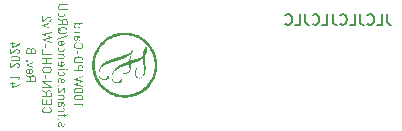
<source format=gbr>
%TF.GenerationSoftware,KiCad,Pcbnew,8.0.3*%
%TF.CreationDate,2024-10-12T12:31:44+02:00*%
%TF.ProjectId,Parkside-100W-Brick,5061726b-7369-4646-952d-313030572d42,rev?*%
%TF.SameCoordinates,Original*%
%TF.FileFunction,Legend,Bot*%
%TF.FilePolarity,Positive*%
%FSLAX46Y46*%
G04 Gerber Fmt 4.6, Leading zero omitted, Abs format (unit mm)*
G04 Created by KiCad (PCBNEW 8.0.3) date 2024-10-12 12:31:44*
%MOMM*%
%LPD*%
G01*
G04 APERTURE LIST*
%ADD10C,0.150000*%
%ADD11C,0.154000*%
%ADD12C,0.000000*%
%ADD13C,0.700000*%
%ADD14C,4.400000*%
%ADD15C,3.000000*%
%ADD16C,0.650000*%
%ADD17O,2.100000X1.000000*%
%ADD18O,1.600000X1.000000*%
%ADD19R,6.500000X1.500000*%
G04 APERTURE END LIST*
D10*
G36*
X160700000Y-103347494D02*
G01*
X160700000Y-103266796D01*
X161500334Y-103266796D01*
X161500334Y-103347494D01*
X161370983Y-103496384D01*
X161278757Y-103496384D01*
X161410258Y-103347494D01*
X160700000Y-103347494D01*
G37*
G36*
X161329754Y-102545383D02*
G01*
X161371905Y-102557728D01*
X161408991Y-102577392D01*
X161440495Y-102603628D01*
X161465899Y-102635688D01*
X161484685Y-102672828D01*
X161496336Y-102714300D01*
X161500334Y-102759357D01*
X161496336Y-102804759D01*
X161484685Y-102846411D01*
X161465899Y-102883603D01*
X161440495Y-102915624D01*
X161408991Y-102941764D01*
X161371905Y-102961315D01*
X161329754Y-102973566D01*
X161283056Y-102977808D01*
X160917083Y-102977808D01*
X160870392Y-102973566D01*
X160828264Y-102961315D01*
X160791209Y-102941764D01*
X160759741Y-102915624D01*
X160734374Y-102883603D01*
X160715619Y-102846411D01*
X160703990Y-102804759D01*
X160700000Y-102759357D01*
X160771514Y-102759357D01*
X160777995Y-102804938D01*
X160796326Y-102841840D01*
X160824837Y-102869670D01*
X160861859Y-102888033D01*
X160905723Y-102896535D01*
X160921577Y-102897110D01*
X161278757Y-102897110D01*
X161324513Y-102891982D01*
X161363958Y-102876863D01*
X161395437Y-102852145D01*
X161417298Y-102818223D01*
X161427886Y-102775491D01*
X161428625Y-102759357D01*
X161422162Y-102713776D01*
X161403875Y-102676874D01*
X161375418Y-102649044D01*
X161338444Y-102630681D01*
X161294608Y-102622179D01*
X161278757Y-102621604D01*
X160921577Y-102621604D01*
X160875803Y-102626732D01*
X160836314Y-102641851D01*
X160804781Y-102666569D01*
X160782871Y-102700491D01*
X160772255Y-102743223D01*
X160771514Y-102759357D01*
X160700000Y-102759357D01*
X160703990Y-102714300D01*
X160715619Y-102672828D01*
X160734374Y-102635688D01*
X160759741Y-102603628D01*
X160791209Y-102577392D01*
X160828264Y-102557728D01*
X160870392Y-102545383D01*
X160917083Y-102541102D01*
X161283056Y-102541102D01*
X161329754Y-102545383D01*
G37*
G36*
X161329754Y-101960763D02*
G01*
X161371905Y-101973109D01*
X161408991Y-101992773D01*
X161440495Y-102019008D01*
X161465899Y-102051069D01*
X161484685Y-102088208D01*
X161496336Y-102129680D01*
X161500334Y-102174737D01*
X161496336Y-102220140D01*
X161484685Y-102261792D01*
X161465899Y-102298983D01*
X161440495Y-102331004D01*
X161408991Y-102357145D01*
X161371905Y-102376696D01*
X161329754Y-102388947D01*
X161283056Y-102393188D01*
X160917083Y-102393188D01*
X160870392Y-102388947D01*
X160828264Y-102376696D01*
X160791209Y-102357145D01*
X160759741Y-102331004D01*
X160734374Y-102298983D01*
X160715619Y-102261792D01*
X160703990Y-102220140D01*
X160700000Y-102174737D01*
X160771514Y-102174737D01*
X160777995Y-102220318D01*
X160796326Y-102257221D01*
X160824837Y-102285051D01*
X160861859Y-102303414D01*
X160905723Y-102311916D01*
X160921577Y-102312490D01*
X161278757Y-102312490D01*
X161324513Y-102307363D01*
X161363958Y-102292243D01*
X161395437Y-102267525D01*
X161417298Y-102233603D01*
X161427886Y-102190871D01*
X161428625Y-102174737D01*
X161422162Y-102129156D01*
X161403875Y-102092254D01*
X161375418Y-102064424D01*
X161338444Y-102046061D01*
X161294608Y-102037559D01*
X161278757Y-102036984D01*
X160921577Y-102036984D01*
X160875803Y-102042112D01*
X160836314Y-102057232D01*
X160804781Y-102081950D01*
X160782871Y-102115872D01*
X160772255Y-102158604D01*
X160771514Y-102174737D01*
X160700000Y-102174737D01*
X160703990Y-102129680D01*
X160715619Y-102088208D01*
X160734374Y-102051069D01*
X160759741Y-102019008D01*
X160791209Y-101992773D01*
X160828264Y-101973109D01*
X160870392Y-101960763D01*
X160917083Y-101956482D01*
X161283056Y-101956482D01*
X161329754Y-101960763D01*
G37*
G36*
X161500334Y-100943949D02*
G01*
X161500334Y-101034612D01*
X160854947Y-101190341D01*
X161500334Y-101366196D01*
X161500334Y-101442400D01*
X160854947Y-101618254D01*
X161500334Y-101773788D01*
X161500334Y-101864647D01*
X160700000Y-101660655D01*
X160700000Y-101581129D01*
X161340697Y-101404298D01*
X160700000Y-101227270D01*
X160700000Y-101147745D01*
X161500334Y-100943949D01*
G37*
G36*
X161302479Y-99992474D02*
G01*
X161350284Y-100003835D01*
X161392334Y-100023529D01*
X161428166Y-100050866D01*
X161457318Y-100085153D01*
X161479327Y-100125699D01*
X161493730Y-100171813D01*
X161500065Y-100222802D01*
X161500334Y-100236231D01*
X161500334Y-100533035D01*
X160700000Y-100533035D01*
X160700000Y-100447843D01*
X161025136Y-100447843D01*
X161025136Y-100242874D01*
X161101144Y-100242874D01*
X161101144Y-100447843D01*
X161424131Y-100447843D01*
X161424131Y-100242874D01*
X161420196Y-100198594D01*
X161408394Y-100159743D01*
X161383855Y-100121485D01*
X161348002Y-100093738D01*
X161309487Y-100079702D01*
X161263126Y-100074835D01*
X161216765Y-100079702D01*
X161178110Y-100093738D01*
X161141981Y-100121485D01*
X161117146Y-100159743D01*
X161105155Y-100198594D01*
X161101144Y-100242874D01*
X161025136Y-100242874D01*
X161025136Y-100236231D01*
X161027559Y-100196741D01*
X161038080Y-100148103D01*
X161056485Y-100104686D01*
X161082287Y-100067183D01*
X161114997Y-100036285D01*
X161154129Y-100012683D01*
X161199194Y-99997069D01*
X161249704Y-99990135D01*
X161263126Y-99989838D01*
X161302479Y-99992474D01*
G37*
G36*
X161145784Y-99274833D02*
G01*
X161190479Y-99275798D01*
X161233841Y-99278415D01*
X161275460Y-99283513D01*
X161314927Y-99291916D01*
X161360610Y-99308330D01*
X161401488Y-99332816D01*
X161416315Y-99345233D01*
X161445691Y-99376920D01*
X161468487Y-99411611D01*
X161484968Y-99449754D01*
X161495395Y-99491797D01*
X161500031Y-99538188D01*
X161500334Y-99554695D01*
X161500334Y-99828052D01*
X160700000Y-99828052D01*
X160700000Y-99569350D01*
X160776008Y-99569350D01*
X160776008Y-99742860D01*
X161424131Y-99742860D01*
X161424131Y-99569350D01*
X161421319Y-99524968D01*
X161411748Y-99483352D01*
X161393713Y-99445510D01*
X161365512Y-99412448D01*
X161330108Y-99388515D01*
X161286707Y-99373235D01*
X161245325Y-99365712D01*
X161199963Y-99361728D01*
X161151339Y-99360160D01*
X161110571Y-99359892D01*
X161100167Y-99359887D01*
X161059040Y-99360038D01*
X161019439Y-99360873D01*
X160972646Y-99363756D01*
X160929541Y-99369729D01*
X160890846Y-99379915D01*
X160851256Y-99399279D01*
X160834626Y-99412448D01*
X160806425Y-99445510D01*
X160788391Y-99483352D01*
X160778820Y-99524968D01*
X160776008Y-99569350D01*
X160700000Y-99569350D01*
X160700000Y-99554695D01*
X160701902Y-99514421D01*
X160709367Y-99470260D01*
X160722756Y-99430223D01*
X160742354Y-99393862D01*
X160768447Y-99360729D01*
X160784019Y-99345233D01*
X160822674Y-99317066D01*
X160866483Y-99297617D01*
X160904701Y-99287250D01*
X160945296Y-99280602D01*
X160987856Y-99276848D01*
X161031972Y-99275160D01*
X161077234Y-99274713D01*
X161100167Y-99274695D01*
X161145784Y-99274833D01*
G37*
G36*
X161037641Y-98797933D02*
G01*
X161037641Y-99104898D01*
X160962609Y-99104898D01*
X160962609Y-98797933D01*
X161037641Y-98797933D01*
G37*
G36*
X161500334Y-98349113D02*
G01*
X161497305Y-98394141D01*
X161488464Y-98435745D01*
X161474183Y-98473841D01*
X161454832Y-98508344D01*
X161430782Y-98539168D01*
X161421786Y-98548610D01*
X161386585Y-98578867D01*
X161349600Y-98600302D01*
X161308247Y-98614429D01*
X161259941Y-98622757D01*
X161214552Y-98626261D01*
X161161735Y-98627796D01*
X161116452Y-98628121D01*
X161100167Y-98628136D01*
X161053069Y-98627963D01*
X161011089Y-98627226D01*
X160962110Y-98624804D01*
X160919910Y-98620025D01*
X160874674Y-98609559D01*
X160835368Y-98592690D01*
X160799404Y-98567907D01*
X160778353Y-98548610D01*
X160749022Y-98513739D01*
X160728909Y-98479844D01*
X160713812Y-98442341D01*
X160704085Y-98401315D01*
X160700085Y-98356852D01*
X160700000Y-98349113D01*
X160702306Y-98309863D01*
X160712392Y-98260977D01*
X160730196Y-98216454D01*
X160755400Y-98176756D01*
X160787680Y-98142347D01*
X160826718Y-98113689D01*
X160872193Y-98091244D01*
X160910330Y-98078766D01*
X160937599Y-98072630D01*
X160937599Y-98159971D01*
X160894068Y-98173330D01*
X160856397Y-98193206D01*
X160825206Y-98219243D01*
X160801119Y-98251091D01*
X160784756Y-98288394D01*
X160776739Y-98330801D01*
X160776008Y-98349113D01*
X160779577Y-98388198D01*
X160792016Y-98428696D01*
X160813198Y-98465166D01*
X160832086Y-98487061D01*
X160867869Y-98514105D01*
X160904506Y-98528896D01*
X160950547Y-98537589D01*
X160998763Y-98541301D01*
X161045323Y-98542610D01*
X161085619Y-98542927D01*
X161100167Y-98542944D01*
X161142069Y-98542767D01*
X161190545Y-98541745D01*
X161231572Y-98539401D01*
X161274043Y-98533907D01*
X161314902Y-98522360D01*
X161353293Y-98500087D01*
X161368053Y-98487061D01*
X161394962Y-98453479D01*
X161413250Y-98415626D01*
X161422733Y-98373866D01*
X161424131Y-98349113D01*
X161419627Y-98304764D01*
X161406533Y-98265377D01*
X161385475Y-98231305D01*
X161357078Y-98202901D01*
X161321970Y-98180518D01*
X161280776Y-98164510D01*
X161262735Y-98159971D01*
X161262735Y-98072630D01*
X161303045Y-98082468D01*
X161340023Y-98096147D01*
X161383905Y-98120053D01*
X161421289Y-98150050D01*
X161451848Y-98185716D01*
X161475255Y-98226631D01*
X161491183Y-98272372D01*
X161499304Y-98322519D01*
X161500334Y-98349113D01*
G37*
G36*
X161110860Y-97509937D02*
G01*
X161154976Y-97523678D01*
X161191145Y-97548145D01*
X161219023Y-97583475D01*
X161235124Y-97619655D01*
X161245522Y-97662947D01*
X161250040Y-97713423D01*
X161250230Y-97727173D01*
X161248731Y-97767239D01*
X161242418Y-97809488D01*
X161227567Y-97852067D01*
X161203148Y-97889009D01*
X161173402Y-97917450D01*
X161167578Y-97921981D01*
X161118925Y-97867075D01*
X161150163Y-97837509D01*
X161169882Y-97802723D01*
X161178772Y-97764026D01*
X161180669Y-97728345D01*
X161177747Y-97685039D01*
X161166589Y-97644444D01*
X161143169Y-97611591D01*
X161108723Y-97592958D01*
X161063433Y-97587075D01*
X161012630Y-97587075D01*
X161012630Y-97751792D01*
X161009796Y-97795363D01*
X161001533Y-97833644D01*
X160984116Y-97873813D01*
X160959481Y-97905155D01*
X160921378Y-97930670D01*
X160883332Y-97941487D01*
X160858073Y-97943279D01*
X160816212Y-97938460D01*
X160778585Y-97923844D01*
X160750216Y-97901855D01*
X160724437Y-97868219D01*
X160708496Y-97828806D01*
X160701469Y-97785530D01*
X160700000Y-97746126D01*
X160700483Y-97737138D01*
X160769364Y-97737138D01*
X160772434Y-97781799D01*
X160783879Y-97821303D01*
X160811322Y-97853115D01*
X160853447Y-97864810D01*
X160859050Y-97864926D01*
X160899714Y-97857159D01*
X160931599Y-97829853D01*
X160947600Y-97789077D01*
X160951967Y-97748301D01*
X160952058Y-97740655D01*
X160952058Y-97587075D01*
X160895394Y-97587075D01*
X160855128Y-97590309D01*
X160817655Y-97604092D01*
X160804535Y-97615212D01*
X160782698Y-97650087D01*
X160772353Y-97687809D01*
X160769420Y-97728594D01*
X160769364Y-97737138D01*
X160700483Y-97737138D01*
X160702372Y-97701948D01*
X160711571Y-97660060D01*
X160728796Y-97624222D01*
X160755200Y-97591173D01*
X160759204Y-97587075D01*
X160706643Y-97587075D01*
X160706643Y-97506573D01*
X161070076Y-97506573D01*
X161110860Y-97509937D01*
G37*
G36*
X161250230Y-97075924D02*
G01*
X161246301Y-97117071D01*
X161234957Y-97155540D01*
X161213761Y-97194083D01*
X161184735Y-97224456D01*
X161176371Y-97230480D01*
X161243391Y-97230480D01*
X161243391Y-97311178D01*
X160700000Y-97311178D01*
X160700000Y-97230480D01*
X161032951Y-97230480D01*
X161077077Y-97225188D01*
X161115332Y-97209903D01*
X161146008Y-97185515D01*
X161169940Y-97146742D01*
X161178337Y-97105678D01*
X161178520Y-97098199D01*
X161173801Y-97057443D01*
X161155615Y-97022085D01*
X161138855Y-97003042D01*
X161198646Y-96943642D01*
X161225625Y-96977268D01*
X161241871Y-97012896D01*
X161249260Y-97052066D01*
X161250230Y-97075924D01*
G37*
G36*
X161500334Y-96545233D02*
G01*
X161178520Y-96545233D01*
X161210166Y-96575927D01*
X161233662Y-96612819D01*
X161246135Y-96652365D01*
X161250186Y-96695316D01*
X161250230Y-96700962D01*
X161246783Y-96741943D01*
X161235394Y-96782896D01*
X161214850Y-96820383D01*
X161201967Y-96835393D01*
X161167961Y-96861985D01*
X161128575Y-96880789D01*
X161085110Y-96893004D01*
X161038862Y-96899828D01*
X160999134Y-96902259D01*
X160975115Y-96902609D01*
X160934978Y-96901592D01*
X160895354Y-96898078D01*
X160849647Y-96889591D01*
X160807299Y-96875312D01*
X160769740Y-96854045D01*
X160748066Y-96835393D01*
X160724017Y-96802805D01*
X160708794Y-96765450D01*
X160701354Y-96727023D01*
X160700000Y-96700962D01*
X160701207Y-96684158D01*
X160771514Y-96684158D01*
X160775999Y-96724466D01*
X160793040Y-96762927D01*
X160827381Y-96794123D01*
X160865013Y-96809907D01*
X160908513Y-96818453D01*
X160955698Y-96821680D01*
X160975115Y-96821911D01*
X161023084Y-96820275D01*
X161068266Y-96814086D01*
X161108473Y-96801428D01*
X161141518Y-96780380D01*
X161165215Y-96749025D01*
X161177376Y-96705444D01*
X161178520Y-96684158D01*
X161174036Y-96643463D01*
X161156998Y-96604652D01*
X161122673Y-96573197D01*
X161085069Y-96557299D01*
X161041614Y-96548703D01*
X160994497Y-96545464D01*
X160975115Y-96545233D01*
X160927067Y-96546874D01*
X160881831Y-96553093D01*
X160841590Y-96565837D01*
X160808526Y-96587050D01*
X160784821Y-96618678D01*
X160772658Y-96662666D01*
X160771514Y-96684158D01*
X160701207Y-96684158D01*
X160703150Y-96657120D01*
X160714361Y-96617236D01*
X160736270Y-96580282D01*
X160766289Y-96549545D01*
X160771514Y-96545233D01*
X160706643Y-96545233D01*
X160706643Y-96464535D01*
X161500334Y-96464535D01*
X161500334Y-96545233D01*
G37*
G36*
X159906230Y-105015380D02*
G01*
X159903436Y-105058203D01*
X159895239Y-105097189D01*
X159877812Y-105139645D01*
X159852907Y-105174077D01*
X159821061Y-105199356D01*
X159782811Y-105214357D01*
X159747960Y-105218199D01*
X159702575Y-105212224D01*
X159666051Y-105194469D01*
X159638140Y-105165189D01*
X159618597Y-105124639D01*
X159608524Y-105082422D01*
X159605127Y-105053481D01*
X159597507Y-104962819D01*
X159589722Y-104921019D01*
X159569287Y-104887320D01*
X159532354Y-104871699D01*
X159519545Y-104870983D01*
X159478368Y-104880997D01*
X159448934Y-104909916D01*
X159432825Y-104949402D01*
X159426194Y-104992884D01*
X159425364Y-105017724D01*
X159428071Y-105061273D01*
X159436468Y-105101984D01*
X159450972Y-105139206D01*
X159472002Y-105172289D01*
X159487109Y-105189085D01*
X159435134Y-105242819D01*
X159406282Y-105207951D01*
X159384593Y-105169956D01*
X159369442Y-105128509D01*
X159360204Y-105083285D01*
X159356569Y-105042480D01*
X159356000Y-105016552D01*
X159358845Y-104968334D01*
X159367226Y-104924851D01*
X159380904Y-104886625D01*
X159405094Y-104847032D01*
X159436734Y-104817488D01*
X159475364Y-104799015D01*
X159520521Y-104792630D01*
X159563085Y-104797331D01*
X159602650Y-104814589D01*
X159631161Y-104843186D01*
X159650211Y-104881707D01*
X159660006Y-104920369D01*
X159664527Y-104955003D01*
X159672147Y-105041172D01*
X159678943Y-105080663D01*
X159695668Y-105116154D01*
X159729483Y-105137598D01*
X159750110Y-105139846D01*
X159791043Y-105129837D01*
X159819955Y-105100213D01*
X159834467Y-105057896D01*
X159837842Y-105016552D01*
X159835341Y-104975076D01*
X159827657Y-104936514D01*
X159812473Y-104897136D01*
X159795637Y-104869811D01*
X159846830Y-104817250D01*
X159870236Y-104852817D01*
X159887706Y-104893085D01*
X159898048Y-104931034D01*
X159904197Y-104971884D01*
X159906230Y-105015380D01*
G37*
G36*
X159461122Y-104532170D02*
G01*
X159461122Y-104637487D01*
X159356000Y-104637487D01*
X159356000Y-104532170D01*
X159461122Y-104532170D01*
G37*
G36*
X160156334Y-104116566D02*
G01*
X160156334Y-104174793D01*
X160151672Y-104215414D01*
X160134869Y-104254903D01*
X160107693Y-104284382D01*
X160072106Y-104303942D01*
X160030071Y-104313678D01*
X160007249Y-104314891D01*
X159906230Y-104314891D01*
X159906230Y-104385428D01*
X159844485Y-104385428D01*
X159844485Y-104314891D01*
X159356000Y-104314891D01*
X159356000Y-104234193D01*
X159844485Y-104234193D01*
X159844485Y-104116566D01*
X159906230Y-104116566D01*
X159906230Y-104234193D01*
X160004904Y-104234193D01*
X160046577Y-104227413D01*
X160078097Y-104200236D01*
X160086774Y-104160334D01*
X160086774Y-104116566D01*
X160156334Y-104116566D01*
G37*
G36*
X159906230Y-103745903D02*
G01*
X159902301Y-103787050D01*
X159890957Y-103825519D01*
X159869761Y-103864062D01*
X159840735Y-103894435D01*
X159832371Y-103900460D01*
X159899391Y-103900460D01*
X159899391Y-103981158D01*
X159356000Y-103981158D01*
X159356000Y-103900460D01*
X159688951Y-103900460D01*
X159733077Y-103895167D01*
X159771332Y-103879883D01*
X159802008Y-103855494D01*
X159825940Y-103816721D01*
X159834337Y-103775657D01*
X159834520Y-103768178D01*
X159829801Y-103727422D01*
X159811615Y-103692065D01*
X159794855Y-103673021D01*
X159854646Y-103613621D01*
X159881625Y-103647247D01*
X159897871Y-103682875D01*
X159905260Y-103722045D01*
X159906230Y-103745903D01*
G37*
G36*
X159766860Y-103131040D02*
G01*
X159810976Y-103144781D01*
X159847145Y-103169248D01*
X159875023Y-103204578D01*
X159891124Y-103240758D01*
X159901522Y-103284050D01*
X159906040Y-103334526D01*
X159906230Y-103348276D01*
X159904731Y-103388342D01*
X159898418Y-103430591D01*
X159883567Y-103473170D01*
X159859148Y-103510112D01*
X159829402Y-103538553D01*
X159823578Y-103543084D01*
X159774925Y-103488178D01*
X159806163Y-103458611D01*
X159825882Y-103423826D01*
X159834772Y-103385129D01*
X159836669Y-103349448D01*
X159833747Y-103306142D01*
X159822589Y-103265547D01*
X159799169Y-103232693D01*
X159764723Y-103214061D01*
X159719433Y-103208178D01*
X159668630Y-103208178D01*
X159668630Y-103372895D01*
X159665796Y-103416466D01*
X159657533Y-103454747D01*
X159640116Y-103494916D01*
X159615481Y-103526257D01*
X159577378Y-103551773D01*
X159539332Y-103562590D01*
X159514073Y-103564382D01*
X159472212Y-103559563D01*
X159434585Y-103544947D01*
X159406216Y-103522958D01*
X159380437Y-103489321D01*
X159364496Y-103449909D01*
X159357469Y-103406633D01*
X159356000Y-103367229D01*
X159356483Y-103358241D01*
X159425364Y-103358241D01*
X159428434Y-103402902D01*
X159439879Y-103442406D01*
X159467322Y-103474218D01*
X159509447Y-103485913D01*
X159515050Y-103486029D01*
X159555714Y-103478262D01*
X159587599Y-103450956D01*
X159603600Y-103410180D01*
X159607967Y-103369403D01*
X159608058Y-103361758D01*
X159608058Y-103208178D01*
X159551394Y-103208178D01*
X159511128Y-103211412D01*
X159473655Y-103225195D01*
X159460535Y-103236315D01*
X159438698Y-103271189D01*
X159428353Y-103308912D01*
X159425420Y-103349697D01*
X159425364Y-103358241D01*
X159356483Y-103358241D01*
X159358372Y-103323051D01*
X159367571Y-103281163D01*
X159384796Y-103245325D01*
X159411200Y-103212275D01*
X159415204Y-103208178D01*
X159362643Y-103208178D01*
X159362643Y-103127675D01*
X159726076Y-103127675D01*
X159766860Y-103131040D01*
G37*
G36*
X159906230Y-102697026D02*
G01*
X159902862Y-102736370D01*
X159890907Y-102778275D01*
X159870531Y-102816109D01*
X159841975Y-102849028D01*
X159837842Y-102852756D01*
X159899391Y-102852756D01*
X159899391Y-102932281D01*
X159356000Y-102932281D01*
X159356000Y-102851583D01*
X159689928Y-102851583D01*
X159731105Y-102847665D01*
X159771613Y-102833215D01*
X159806381Y-102804265D01*
X159827440Y-102763905D01*
X159834375Y-102721515D01*
X159834520Y-102713830D01*
X159829398Y-102670552D01*
X159814067Y-102634517D01*
X159783350Y-102602828D01*
X159746086Y-102585563D01*
X159707362Y-102578839D01*
X159689928Y-102578227D01*
X159356000Y-102578227D01*
X159356000Y-102497529D01*
X159702238Y-102497529D01*
X159741820Y-102500144D01*
X159782994Y-102509721D01*
X159819520Y-102526622D01*
X159851069Y-102551160D01*
X159854646Y-102554779D01*
X159879241Y-102586724D01*
X159896104Y-102625357D01*
X159904349Y-102664722D01*
X159906230Y-102697026D01*
G37*
G36*
X159356000Y-102347075D02*
G01*
X159356000Y-101947103D01*
X159427514Y-101947103D01*
X159427514Y-102252895D01*
X159839991Y-101947103D01*
X159906230Y-101947103D01*
X159906230Y-102330271D01*
X159834520Y-102330271D01*
X159834520Y-102042456D01*
X159422043Y-102347075D01*
X159356000Y-102347075D01*
G37*
G36*
X159461122Y-101685666D02*
G01*
X159461122Y-101790983D01*
X159356000Y-101790983D01*
X159356000Y-101685666D01*
X159461122Y-101685666D01*
G37*
G36*
X159906230Y-101311486D02*
G01*
X159903436Y-101354309D01*
X159895239Y-101393295D01*
X159877812Y-101435751D01*
X159852907Y-101470183D01*
X159821061Y-101495462D01*
X159782811Y-101510463D01*
X159747960Y-101514305D01*
X159702575Y-101508330D01*
X159666051Y-101490575D01*
X159638140Y-101461295D01*
X159618597Y-101420745D01*
X159608524Y-101378528D01*
X159605127Y-101349588D01*
X159597507Y-101258925D01*
X159589722Y-101217125D01*
X159569287Y-101183426D01*
X159532354Y-101167805D01*
X159519545Y-101167089D01*
X159478368Y-101177103D01*
X159448934Y-101206022D01*
X159432825Y-101245508D01*
X159426194Y-101288990D01*
X159425364Y-101313830D01*
X159428071Y-101357379D01*
X159436468Y-101398090D01*
X159450972Y-101435312D01*
X159472002Y-101468395D01*
X159487109Y-101485191D01*
X159435134Y-101538925D01*
X159406282Y-101504057D01*
X159384593Y-101466062D01*
X159369442Y-101424615D01*
X159360204Y-101379391D01*
X159356569Y-101338586D01*
X159356000Y-101312658D01*
X159358845Y-101264440D01*
X159367226Y-101220957D01*
X159380904Y-101182731D01*
X159405094Y-101143138D01*
X159436734Y-101113595D01*
X159475364Y-101095121D01*
X159520521Y-101088736D01*
X159563085Y-101093437D01*
X159602650Y-101110696D01*
X159631161Y-101139292D01*
X159650211Y-101177813D01*
X159660006Y-101216475D01*
X159664527Y-101251109D01*
X159672147Y-101337278D01*
X159678943Y-101376769D01*
X159695668Y-101412260D01*
X159729483Y-101433704D01*
X159750110Y-101435952D01*
X159791043Y-101425944D01*
X159819955Y-101396319D01*
X159834467Y-101354002D01*
X159837842Y-101312658D01*
X159835341Y-101271183D01*
X159827657Y-101232620D01*
X159812473Y-101193242D01*
X159795637Y-101165917D01*
X159846830Y-101113356D01*
X159870236Y-101148924D01*
X159887706Y-101189191D01*
X159898048Y-101227141D01*
X159904197Y-101267990D01*
X159906230Y-101311486D01*
G37*
G36*
X159906230Y-100716315D02*
G01*
X159901862Y-100766696D01*
X159888797Y-100813087D01*
X159867095Y-100854646D01*
X159836816Y-100890533D01*
X159798019Y-100919908D01*
X159750763Y-100941931D01*
X159709806Y-100953117D01*
X159664150Y-100959341D01*
X159631115Y-100960558D01*
X159582295Y-100957840D01*
X159538175Y-100949923D01*
X159498777Y-100937161D01*
X159453632Y-100913221D01*
X159416974Y-100882139D01*
X159388857Y-100844755D01*
X159369332Y-100801909D01*
X159358453Y-100754442D01*
X159356000Y-100716315D01*
X159358260Y-100676172D01*
X159367366Y-100634870D01*
X159384688Y-100597294D01*
X159411541Y-100561099D01*
X159437284Y-100534793D01*
X159488281Y-100589699D01*
X159459992Y-100619567D01*
X159437841Y-100656367D01*
X159428298Y-100697482D01*
X159427514Y-100716315D01*
X159432398Y-100759372D01*
X159446930Y-100797276D01*
X159470927Y-100829141D01*
X159488281Y-100843907D01*
X159523196Y-100863675D01*
X159560836Y-100874462D01*
X159601450Y-100879095D01*
X159631115Y-100879860D01*
X159671573Y-100878344D01*
X159710264Y-100872599D01*
X159750019Y-100858646D01*
X159773948Y-100843907D01*
X159803001Y-100815781D01*
X159822758Y-100781122D01*
X159833009Y-100740819D01*
X159834520Y-100716315D01*
X159830595Y-100676057D01*
X159815497Y-100637757D01*
X159790220Y-100604877D01*
X159774925Y-100589699D01*
X159824750Y-100534793D01*
X159854980Y-100566274D01*
X159880443Y-100602523D01*
X159896575Y-100640488D01*
X159904663Y-100682513D01*
X159906230Y-100716315D01*
G37*
G36*
X159906230Y-100301297D02*
G01*
X159906230Y-100381995D01*
X159356000Y-100381995D01*
X159356000Y-100301297D01*
X159906230Y-100301297D01*
G37*
G36*
X160156334Y-100295631D02*
G01*
X160156334Y-100386489D01*
X160065476Y-100386489D01*
X160065476Y-100295631D01*
X160156334Y-100295631D01*
G37*
G36*
X159688645Y-99678792D02*
G01*
X159728771Y-99685229D01*
X159776726Y-99700253D01*
X159817899Y-99722392D01*
X159851804Y-99751378D01*
X159877956Y-99786945D01*
X159895869Y-99828823D01*
X159905058Y-99876745D01*
X159906230Y-99902888D01*
X159901509Y-99952834D01*
X159887588Y-99997346D01*
X159864828Y-100036047D01*
X159833592Y-100068558D01*
X159794241Y-100094503D01*
X159747136Y-100113502D01*
X159706937Y-100122967D01*
X159662734Y-100128153D01*
X159631115Y-100129155D01*
X159580805Y-100126711D01*
X159535780Y-100119514D01*
X159495967Y-100107769D01*
X159450862Y-100085386D01*
X159414716Y-100055761D01*
X159387357Y-100019379D01*
X159368609Y-99976723D01*
X159358299Y-99928275D01*
X159356000Y-99888429D01*
X159358121Y-99847626D01*
X159366209Y-99805067D01*
X159380239Y-99767852D01*
X159403975Y-99728868D01*
X159430510Y-99697266D01*
X159440605Y-99686782D01*
X159487109Y-99741688D01*
X159459839Y-99773757D01*
X159439208Y-99810692D01*
X159428510Y-99852856D01*
X159426537Y-99886084D01*
X159431380Y-99932288D01*
X159445647Y-99970977D01*
X159474653Y-100007302D01*
X159508267Y-100029003D01*
X159550045Y-100042775D01*
X159589082Y-100047997D01*
X159610403Y-100048652D01*
X159669021Y-100048652D01*
X159708647Y-100045809D01*
X159747611Y-100036289D01*
X159757730Y-100031849D01*
X159790773Y-100010077D01*
X159818574Y-99976627D01*
X159833475Y-99939842D01*
X159837842Y-99902888D01*
X159832166Y-99861117D01*
X159816031Y-99825170D01*
X159787041Y-99792743D01*
X159757730Y-99774123D01*
X159719018Y-99761398D01*
X159676824Y-99756781D01*
X159669021Y-99756147D01*
X159669021Y-100048652D01*
X159610403Y-100048652D01*
X159610403Y-99676622D01*
X159645183Y-99676622D01*
X159688645Y-99678792D01*
G37*
G36*
X159906230Y-99270592D02*
G01*
X159902862Y-99309936D01*
X159890907Y-99351841D01*
X159870531Y-99389675D01*
X159841975Y-99422594D01*
X159837842Y-99426322D01*
X159899391Y-99426322D01*
X159899391Y-99505847D01*
X159356000Y-99505847D01*
X159356000Y-99425149D01*
X159689928Y-99425149D01*
X159731105Y-99421231D01*
X159771613Y-99406781D01*
X159806381Y-99377831D01*
X159827440Y-99337471D01*
X159834375Y-99295081D01*
X159834520Y-99287396D01*
X159829398Y-99244118D01*
X159814067Y-99208083D01*
X159783350Y-99176394D01*
X159746086Y-99159129D01*
X159707362Y-99152405D01*
X159689928Y-99151793D01*
X159356000Y-99151793D01*
X159356000Y-99071095D01*
X159702238Y-99071095D01*
X159741820Y-99073710D01*
X159782994Y-99083287D01*
X159819520Y-99100188D01*
X159851069Y-99124726D01*
X159854646Y-99128345D01*
X159879241Y-99160290D01*
X159896104Y-99198923D01*
X159904349Y-99238288D01*
X159906230Y-99270592D01*
G37*
G36*
X159906230Y-98660767D02*
G01*
X159901862Y-98711148D01*
X159888797Y-98757539D01*
X159867095Y-98799098D01*
X159836816Y-98834985D01*
X159798019Y-98864360D01*
X159750763Y-98886383D01*
X159709806Y-98897570D01*
X159664150Y-98903793D01*
X159631115Y-98905010D01*
X159582295Y-98902292D01*
X159538175Y-98894375D01*
X159498777Y-98881613D01*
X159453632Y-98857673D01*
X159416974Y-98826591D01*
X159388857Y-98789207D01*
X159369332Y-98746361D01*
X159358453Y-98698894D01*
X159356000Y-98660767D01*
X159358260Y-98620624D01*
X159367366Y-98579322D01*
X159384688Y-98541746D01*
X159411541Y-98505552D01*
X159437284Y-98479246D01*
X159488281Y-98534151D01*
X159459992Y-98564019D01*
X159437841Y-98600820D01*
X159428298Y-98641935D01*
X159427514Y-98660767D01*
X159432398Y-98703824D01*
X159446930Y-98741728D01*
X159470927Y-98773593D01*
X159488281Y-98788359D01*
X159523196Y-98808127D01*
X159560836Y-98818914D01*
X159601450Y-98823547D01*
X159631115Y-98824312D01*
X159671573Y-98822796D01*
X159710264Y-98817051D01*
X159750019Y-98803099D01*
X159773948Y-98788359D01*
X159803001Y-98760233D01*
X159822758Y-98725575D01*
X159833009Y-98685271D01*
X159834520Y-98660767D01*
X159830595Y-98620509D01*
X159815497Y-98582209D01*
X159790220Y-98549329D01*
X159774925Y-98534151D01*
X159824750Y-98479246D01*
X159854980Y-98510726D01*
X159880443Y-98546975D01*
X159896575Y-98584940D01*
X159904663Y-98626965D01*
X159906230Y-98660767D01*
G37*
G36*
X159688645Y-97922589D02*
G01*
X159728771Y-97929026D01*
X159776726Y-97944049D01*
X159817899Y-97966188D01*
X159851804Y-97995175D01*
X159877956Y-98030741D01*
X159895869Y-98072619D01*
X159905058Y-98120541D01*
X159906230Y-98146685D01*
X159901509Y-98196630D01*
X159887588Y-98241142D01*
X159864828Y-98279843D01*
X159833592Y-98312354D01*
X159794241Y-98338299D01*
X159747136Y-98357298D01*
X159706937Y-98366763D01*
X159662734Y-98371949D01*
X159631115Y-98372951D01*
X159580805Y-98370507D01*
X159535780Y-98363310D01*
X159495967Y-98351565D01*
X159450862Y-98329182D01*
X159414716Y-98299558D01*
X159387357Y-98263176D01*
X159368609Y-98220519D01*
X159358299Y-98172071D01*
X159356000Y-98132225D01*
X159358121Y-98091423D01*
X159366209Y-98048863D01*
X159380239Y-98011648D01*
X159403975Y-97972665D01*
X159430510Y-97941063D01*
X159440605Y-97930578D01*
X159487109Y-97985484D01*
X159459839Y-98017553D01*
X159439208Y-98054489D01*
X159428510Y-98096652D01*
X159426537Y-98129881D01*
X159431380Y-98176084D01*
X159445647Y-98214773D01*
X159474653Y-98251098D01*
X159508267Y-98272800D01*
X159550045Y-98286572D01*
X159589082Y-98291793D01*
X159610403Y-98292449D01*
X159669021Y-98292449D01*
X159708647Y-98289605D01*
X159747611Y-98280085D01*
X159757730Y-98275645D01*
X159790773Y-98253874D01*
X159818574Y-98220423D01*
X159833475Y-98183638D01*
X159837842Y-98146685D01*
X159832166Y-98104913D01*
X159816031Y-98068966D01*
X159787041Y-98036539D01*
X159757730Y-98017920D01*
X159719018Y-98005195D01*
X159676824Y-98000577D01*
X159669021Y-97999943D01*
X159669021Y-98292449D01*
X159610403Y-98292449D01*
X159610403Y-97920418D01*
X159645183Y-97920418D01*
X159688645Y-97922589D01*
G37*
G36*
X160231366Y-97451667D02*
G01*
X160231366Y-97531193D01*
X159268463Y-97850271D01*
X159268463Y-97770746D01*
X160231366Y-97451667D01*
G37*
G36*
X159461903Y-96863726D02*
G01*
X159499735Y-96839939D01*
X159542240Y-96824200D01*
X159583382Y-96816049D01*
X159631568Y-96811401D01*
X159676347Y-96809567D01*
X159727622Y-96808883D01*
X159755972Y-96808820D01*
X159803685Y-96809022D01*
X159846094Y-96809837D01*
X159895390Y-96812424D01*
X159937662Y-96817408D01*
X159982715Y-96828146D01*
X160021622Y-96845255D01*
X160057066Y-96870192D01*
X160077786Y-96889518D01*
X160107140Y-96924243D01*
X160127300Y-96957848D01*
X160142452Y-96994997D01*
X160152225Y-97035691D01*
X160156249Y-97079930D01*
X160156334Y-97087648D01*
X160153305Y-97132676D01*
X160144464Y-97174280D01*
X160130183Y-97212376D01*
X160110832Y-97246879D01*
X160086782Y-97277703D01*
X160077786Y-97287145D01*
X160043132Y-97317402D01*
X160006625Y-97338837D01*
X159965582Y-97352963D01*
X159917318Y-97361292D01*
X159871706Y-97364796D01*
X159832511Y-97366089D01*
X159788398Y-97366602D01*
X159755972Y-97366671D01*
X159708304Y-97366498D01*
X159665923Y-97365761D01*
X159616645Y-97363338D01*
X159574379Y-97358560D01*
X159529326Y-97348093D01*
X159490431Y-97331225D01*
X159455027Y-97306442D01*
X159434353Y-97287145D01*
X159405022Y-97252274D01*
X159384909Y-97218378D01*
X159369812Y-97180875D01*
X159360085Y-97139850D01*
X159356085Y-97095386D01*
X159356000Y-97087648D01*
X159432008Y-97087648D01*
X159435507Y-97126732D01*
X159447714Y-97167231D01*
X159468528Y-97203701D01*
X159487109Y-97225596D01*
X159522390Y-97252640D01*
X159558728Y-97267431D01*
X159604748Y-97276124D01*
X159653264Y-97279836D01*
X159700333Y-97281145D01*
X159741196Y-97281461D01*
X159755972Y-97281479D01*
X159798599Y-97281302D01*
X159847753Y-97280280D01*
X159889172Y-97277936D01*
X159931802Y-97272442D01*
X159972480Y-97260895D01*
X160010346Y-97238622D01*
X160024834Y-97225596D01*
X160051422Y-97192014D01*
X160069441Y-97154161D01*
X160078761Y-97112401D01*
X160080131Y-97087648D01*
X160076629Y-97048676D01*
X160064395Y-97008240D01*
X160043505Y-96971788D01*
X160024834Y-96949895D01*
X159989653Y-96922850D01*
X159953356Y-96908060D01*
X159907337Y-96899367D01*
X159858789Y-96895654D01*
X159811675Y-96894345D01*
X159770765Y-96894029D01*
X159755972Y-96894012D01*
X159711387Y-96894207D01*
X159672236Y-96894952D01*
X159630119Y-96897019D01*
X159588195Y-96901778D01*
X159548870Y-96911490D01*
X159521303Y-96924298D01*
X159619391Y-97023949D01*
X159568784Y-97075338D01*
X159467374Y-96972365D01*
X159447384Y-97008656D01*
X159435527Y-97048371D01*
X159432008Y-97087648D01*
X159356000Y-97087648D01*
X159358829Y-97043882D01*
X159367081Y-97003576D01*
X159380400Y-96966658D01*
X159401369Y-96928519D01*
X159410710Y-96915310D01*
X159318484Y-96827969D01*
X159374953Y-96776384D01*
X159461903Y-96863726D01*
G37*
G36*
X159713962Y-96240223D02*
G01*
X159727960Y-96194475D01*
X159749787Y-96154351D01*
X159779143Y-96120722D01*
X159815729Y-96094461D01*
X159859245Y-96076440D01*
X159898847Y-96068541D01*
X159931240Y-96066712D01*
X159981360Y-96071165D01*
X160025845Y-96084087D01*
X160064371Y-96104827D01*
X160096617Y-96132731D01*
X160122259Y-96167148D01*
X160140975Y-96207424D01*
X160152441Y-96252907D01*
X160156334Y-96302944D01*
X160156334Y-96608736D01*
X159356000Y-96608736D01*
X159356000Y-96523544D01*
X159706146Y-96523544D01*
X159706146Y-96332058D01*
X159665063Y-96310760D01*
X159781177Y-96310760D01*
X159781177Y-96523544D01*
X160080131Y-96523544D01*
X160080131Y-96310760D01*
X160076443Y-96269287D01*
X160062308Y-96225992D01*
X160037624Y-96191218D01*
X160002438Y-96166512D01*
X159965127Y-96154728D01*
X159930068Y-96151709D01*
X159887044Y-96156397D01*
X159845126Y-96173533D01*
X159813756Y-96201767D01*
X159792888Y-96239553D01*
X159782477Y-96285345D01*
X159781177Y-96310760D01*
X159665063Y-96310760D01*
X159356000Y-96150537D01*
X159356000Y-96050886D01*
X159713962Y-96240223D01*
G37*
G36*
X159906230Y-95707187D02*
G01*
X159901862Y-95757569D01*
X159888797Y-95803959D01*
X159867095Y-95845518D01*
X159836816Y-95881405D01*
X159798019Y-95910781D01*
X159750763Y-95932803D01*
X159709806Y-95943990D01*
X159664150Y-95950213D01*
X159631115Y-95951430D01*
X159582295Y-95948712D01*
X159538175Y-95940795D01*
X159498777Y-95928033D01*
X159453632Y-95904093D01*
X159416974Y-95873011D01*
X159388857Y-95835627D01*
X159369332Y-95792782D01*
X159358453Y-95745314D01*
X159356000Y-95707187D01*
X159358260Y-95667044D01*
X159367366Y-95625742D01*
X159384688Y-95588166D01*
X159411541Y-95551972D01*
X159437284Y-95525666D01*
X159488281Y-95580571D01*
X159459992Y-95610439D01*
X159437841Y-95647240D01*
X159428298Y-95688355D01*
X159427514Y-95707187D01*
X159432398Y-95750244D01*
X159446930Y-95788148D01*
X159470927Y-95820013D01*
X159488281Y-95834779D01*
X159523196Y-95854547D01*
X159560836Y-95865335D01*
X159601450Y-95869967D01*
X159631115Y-95870732D01*
X159671573Y-95869216D01*
X159710264Y-95863471D01*
X159750019Y-95849519D01*
X159773948Y-95834779D01*
X159803001Y-95806653D01*
X159822758Y-95771995D01*
X159833009Y-95731691D01*
X159834520Y-95707187D01*
X159830595Y-95666929D01*
X159815497Y-95628629D01*
X159790220Y-95595749D01*
X159774925Y-95580571D01*
X159824750Y-95525666D01*
X159854980Y-95557147D01*
X159880443Y-95593395D01*
X159896575Y-95631360D01*
X159904663Y-95673385D01*
X159906230Y-95707187D01*
G37*
G36*
X160156334Y-94812672D02*
G01*
X160156334Y-94897864D01*
X159631505Y-94897864D01*
X159588376Y-94901416D01*
X159549556Y-94911773D01*
X159507767Y-94933606D01*
X159474274Y-94964495D01*
X159449944Y-95003562D01*
X159435643Y-95049931D01*
X159432008Y-95091695D01*
X159435643Y-95133409D01*
X159449944Y-95179602D01*
X159474274Y-95218418D01*
X159507767Y-95249034D01*
X159549556Y-95270627D01*
X159588376Y-95280852D01*
X159631505Y-95284354D01*
X160156334Y-95284354D01*
X160156334Y-95369350D01*
X159624862Y-95369350D01*
X159581658Y-95366339D01*
X159541279Y-95357541D01*
X159504036Y-95343310D01*
X159459795Y-95316499D01*
X159422420Y-95281502D01*
X159392648Y-95239158D01*
X159375753Y-95203085D01*
X159363860Y-95163707D01*
X159357280Y-95121378D01*
X159356000Y-95091695D01*
X159358864Y-95047517D01*
X159367249Y-95006013D01*
X159380844Y-94967547D01*
X159399338Y-94932485D01*
X159431080Y-94891660D01*
X159470240Y-94858401D01*
X159516082Y-94833573D01*
X159554405Y-94821005D01*
X159595761Y-94814032D01*
X159624862Y-94812672D01*
X160156334Y-94812672D01*
G37*
G36*
X158812334Y-103815854D02*
G01*
X158809305Y-103860882D01*
X158800464Y-103902487D01*
X158786183Y-103940583D01*
X158766832Y-103975085D01*
X158742782Y-104005909D01*
X158733786Y-104015352D01*
X158698585Y-104045608D01*
X158661600Y-104067044D01*
X158620247Y-104081170D01*
X158571941Y-104089498D01*
X158526552Y-104093002D01*
X158473735Y-104094537D01*
X158428452Y-104094862D01*
X158412167Y-104094877D01*
X158365069Y-104094704D01*
X158323089Y-104093968D01*
X158274110Y-104091545D01*
X158231910Y-104086766D01*
X158186674Y-104076300D01*
X158147368Y-104059431D01*
X158111404Y-104034649D01*
X158090353Y-104015352D01*
X158061022Y-103980480D01*
X158040909Y-103946585D01*
X158025812Y-103909082D01*
X158016085Y-103868056D01*
X158012085Y-103823593D01*
X158012000Y-103815854D01*
X158014306Y-103776604D01*
X158024392Y-103727718D01*
X158042196Y-103683195D01*
X158067400Y-103643498D01*
X158099680Y-103609089D01*
X158138718Y-103580430D01*
X158184193Y-103557985D01*
X158222330Y-103545507D01*
X158249599Y-103539371D01*
X158249599Y-103626712D01*
X158206068Y-103640072D01*
X158168397Y-103659947D01*
X158137206Y-103685985D01*
X158113119Y-103717832D01*
X158096756Y-103755136D01*
X158088739Y-103797542D01*
X158088008Y-103815854D01*
X158091577Y-103854939D01*
X158104016Y-103895437D01*
X158125198Y-103931907D01*
X158144086Y-103953802D01*
X158179869Y-103980847D01*
X158216506Y-103995637D01*
X158262547Y-104004330D01*
X158310763Y-104008043D01*
X158357323Y-104009352D01*
X158397619Y-104009668D01*
X158412167Y-104009685D01*
X158454069Y-104009508D01*
X158502545Y-104008487D01*
X158543572Y-104006142D01*
X158586043Y-104000648D01*
X158626902Y-103989102D01*
X158665293Y-103966828D01*
X158680053Y-103953802D01*
X158706962Y-103920221D01*
X158725250Y-103882367D01*
X158734733Y-103840607D01*
X158736131Y-103815854D01*
X158731627Y-103771505D01*
X158718533Y-103732118D01*
X158697475Y-103698046D01*
X158669078Y-103669642D01*
X158633970Y-103647259D01*
X158592776Y-103631251D01*
X158574735Y-103626712D01*
X158574735Y-103539371D01*
X158615045Y-103549209D01*
X158652023Y-103562888D01*
X158695905Y-103586794D01*
X158733289Y-103616791D01*
X158763848Y-103652457D01*
X158787255Y-103693372D01*
X158803183Y-103739113D01*
X158811304Y-103789260D01*
X158812334Y-103815854D01*
G37*
G36*
X158812334Y-102856663D02*
G01*
X158812334Y-103351793D01*
X158012000Y-103351793D01*
X158012000Y-102856663D01*
X158088008Y-102856663D01*
X158088008Y-103266601D01*
X158374651Y-103266601D01*
X158374651Y-102917236D01*
X158450660Y-102917236D01*
X158450660Y-103266601D01*
X158736131Y-103266601D01*
X158736131Y-102856663D01*
X158812334Y-102856663D01*
G37*
G36*
X158369962Y-102311904D02*
G01*
X158383960Y-102266157D01*
X158405787Y-102226033D01*
X158435143Y-102192404D01*
X158471729Y-102166143D01*
X158515245Y-102148121D01*
X158554847Y-102140223D01*
X158587240Y-102138394D01*
X158637360Y-102142847D01*
X158681845Y-102155769D01*
X158720371Y-102176509D01*
X158752617Y-102204413D01*
X158778259Y-102238829D01*
X158796975Y-102279105D01*
X158808441Y-102324588D01*
X158812334Y-102374626D01*
X158812334Y-102680418D01*
X158012000Y-102680418D01*
X158012000Y-102595226D01*
X158362146Y-102595226D01*
X158362146Y-102403740D01*
X158321063Y-102382442D01*
X158437177Y-102382442D01*
X158437177Y-102595226D01*
X158736131Y-102595226D01*
X158736131Y-102382442D01*
X158732443Y-102340968D01*
X158718308Y-102297673D01*
X158693624Y-102262900D01*
X158658438Y-102238194D01*
X158621127Y-102226410D01*
X158586068Y-102223391D01*
X158543044Y-102228079D01*
X158501126Y-102245215D01*
X158469756Y-102273449D01*
X158448888Y-102311234D01*
X158438477Y-102357026D01*
X158437177Y-102382442D01*
X158321063Y-102382442D01*
X158012000Y-102222218D01*
X158012000Y-102122567D01*
X158369962Y-102311904D01*
G37*
G36*
X158812334Y-101356622D02*
G01*
X158812334Y-101441618D01*
X158172614Y-101441618D01*
X158812334Y-101865037D01*
X158812334Y-101945735D01*
X158012000Y-101945735D01*
X158012000Y-101860543D01*
X158653674Y-101860543D01*
X158012000Y-101437319D01*
X158012000Y-101356622D01*
X158812334Y-101356622D01*
G37*
G36*
X158349641Y-100849183D02*
G01*
X158349641Y-101156147D01*
X158274609Y-101156147D01*
X158274609Y-100849183D01*
X158349641Y-100849183D01*
G37*
G36*
X158459685Y-100121736D02*
G01*
X158502094Y-100122552D01*
X158551390Y-100125138D01*
X158593662Y-100130122D01*
X158638715Y-100140861D01*
X158677622Y-100157969D01*
X158713066Y-100182906D01*
X158733786Y-100202232D01*
X158763140Y-100236958D01*
X158783300Y-100270563D01*
X158798452Y-100307712D01*
X158808225Y-100348406D01*
X158812249Y-100392644D01*
X158812334Y-100400362D01*
X158809305Y-100445390D01*
X158800464Y-100486995D01*
X158786183Y-100525091D01*
X158766832Y-100559593D01*
X158742782Y-100590417D01*
X158733786Y-100599860D01*
X158699132Y-100630116D01*
X158662625Y-100651552D01*
X158621582Y-100665678D01*
X158573318Y-100674006D01*
X158527706Y-100677510D01*
X158488511Y-100678804D01*
X158444398Y-100679316D01*
X158411972Y-100679385D01*
X158364304Y-100679212D01*
X158321923Y-100678476D01*
X158272645Y-100676053D01*
X158230379Y-100671274D01*
X158185326Y-100660808D01*
X158146431Y-100643939D01*
X158111027Y-100619157D01*
X158090353Y-100599860D01*
X158061022Y-100564988D01*
X158040909Y-100531093D01*
X158025812Y-100493590D01*
X158016085Y-100452564D01*
X158012085Y-100408101D01*
X158012000Y-100400362D01*
X158088008Y-100400362D01*
X158091507Y-100439447D01*
X158103714Y-100479945D01*
X158124528Y-100516415D01*
X158143109Y-100538310D01*
X158178390Y-100565355D01*
X158214728Y-100580145D01*
X158260748Y-100588838D01*
X158309264Y-100592551D01*
X158356333Y-100593860D01*
X158397196Y-100594176D01*
X158411972Y-100594193D01*
X158454599Y-100594016D01*
X158503753Y-100592995D01*
X158545172Y-100590650D01*
X158587802Y-100585156D01*
X158628480Y-100573610D01*
X158666346Y-100551336D01*
X158680834Y-100538310D01*
X158707422Y-100504729D01*
X158725441Y-100466875D01*
X158734761Y-100425115D01*
X158736131Y-100400362D01*
X158732629Y-100361390D01*
X158720395Y-100320954D01*
X158699505Y-100284503D01*
X158680834Y-100262609D01*
X158645653Y-100235565D01*
X158609356Y-100220774D01*
X158563337Y-100212081D01*
X158514789Y-100208369D01*
X158467675Y-100207060D01*
X158426765Y-100206743D01*
X158411972Y-100206726D01*
X158369394Y-100206903D01*
X158320290Y-100207925D01*
X158278903Y-100210269D01*
X158236288Y-100215763D01*
X158195589Y-100227310D01*
X158157647Y-100249583D01*
X158143109Y-100262609D01*
X158116644Y-100296186D01*
X158098681Y-100334009D01*
X158089377Y-100375687D01*
X158088008Y-100400362D01*
X158012000Y-100400362D01*
X158015011Y-100355533D01*
X158023808Y-100314248D01*
X158038035Y-100276508D01*
X158057337Y-100242312D01*
X158085796Y-100206898D01*
X158090353Y-100202232D01*
X158124940Y-100171899D01*
X158161421Y-100150268D01*
X158202459Y-100135883D01*
X158250721Y-100127284D01*
X158296323Y-100123592D01*
X158335498Y-100122192D01*
X158379577Y-100121616D01*
X158411972Y-100121534D01*
X158459685Y-100121736D01*
G37*
G36*
X158812334Y-99372588D02*
G01*
X158812334Y-99457780D01*
X158450660Y-99457780D01*
X158450660Y-99836259D01*
X158812334Y-99836259D01*
X158812334Y-99921451D01*
X158012000Y-99921451D01*
X158012000Y-99836259D01*
X158374651Y-99836259D01*
X158374651Y-99457780D01*
X158012000Y-99457780D01*
X158012000Y-99372588D01*
X158812334Y-99372588D01*
G37*
G36*
X158812334Y-99057026D02*
G01*
X158812334Y-99142218D01*
X158012000Y-99142218D01*
X158012000Y-98649434D01*
X158088008Y-98649434D01*
X158088008Y-99057026D01*
X158812334Y-99057026D01*
G37*
G36*
X158349641Y-98223865D02*
G01*
X158349641Y-98530830D01*
X158274609Y-98530830D01*
X158274609Y-98223865D01*
X158349641Y-98223865D01*
G37*
G36*
X158812334Y-97200585D02*
G01*
X158812334Y-97291248D01*
X158166947Y-97446977D01*
X158812334Y-97622832D01*
X158812334Y-97699036D01*
X158166947Y-97874891D01*
X158812334Y-98030425D01*
X158812334Y-98121283D01*
X158012000Y-97917292D01*
X158012000Y-97837766D01*
X158652697Y-97660934D01*
X158012000Y-97483907D01*
X158012000Y-97404382D01*
X158812334Y-97200585D01*
G37*
G36*
X158012000Y-96691192D02*
G01*
X158012000Y-96619483D01*
X158562230Y-96416663D01*
X158562230Y-96504005D01*
X158120443Y-96654067D01*
X158562230Y-96805303D01*
X158562230Y-96892644D01*
X158012000Y-96691192D01*
G37*
G36*
X158012000Y-96328736D02*
G01*
X158012000Y-95888513D01*
X158083514Y-95888513D01*
X158083514Y-96231234D01*
X158437568Y-95952407D01*
X158472422Y-95927041D01*
X158510131Y-95906080D01*
X158548875Y-95893367D01*
X158592098Y-95888572D01*
X158597987Y-95888513D01*
X158644616Y-95892572D01*
X158686461Y-95904389D01*
X158723081Y-95923423D01*
X158754034Y-95949134D01*
X158778877Y-95980982D01*
X158797170Y-96018425D01*
X158808470Y-96060925D01*
X158812334Y-96107940D01*
X158808187Y-96155693D01*
X158796190Y-96198558D01*
X158777012Y-96236078D01*
X158751323Y-96267797D01*
X158719789Y-96293262D01*
X158683081Y-96312015D01*
X158641867Y-96323600D01*
X158596815Y-96327564D01*
X158596815Y-96246866D01*
X158640483Y-96242327D01*
X158681670Y-96226132D01*
X158711375Y-96200290D01*
X158732580Y-96160889D01*
X158740137Y-96121704D01*
X158740625Y-96107940D01*
X158734812Y-96062705D01*
X158718111Y-96025663D01*
X158686338Y-95993619D01*
X158649835Y-95976426D01*
X158605943Y-95969361D01*
X158597987Y-95969211D01*
X158555839Y-95974392D01*
X158516735Y-95990158D01*
X158481141Y-96013956D01*
X158083514Y-96328736D01*
X158012000Y-96328736D01*
G37*
G36*
X157025962Y-101044186D02*
G01*
X157039960Y-100998439D01*
X157061787Y-100958315D01*
X157091143Y-100924686D01*
X157127729Y-100898425D01*
X157171245Y-100880403D01*
X157210847Y-100872505D01*
X157243240Y-100870676D01*
X157293360Y-100875129D01*
X157337845Y-100888051D01*
X157376371Y-100908791D01*
X157408617Y-100936695D01*
X157434259Y-100971111D01*
X157452975Y-101011388D01*
X157464441Y-101056870D01*
X157468334Y-101106908D01*
X157468334Y-101412700D01*
X156668000Y-101412700D01*
X156668000Y-101327508D01*
X157018146Y-101327508D01*
X157018146Y-101136022D01*
X156977063Y-101114724D01*
X157093177Y-101114724D01*
X157093177Y-101327508D01*
X157392131Y-101327508D01*
X157392131Y-101114724D01*
X157388443Y-101073250D01*
X157374308Y-101029955D01*
X157349624Y-100995182D01*
X157314438Y-100970476D01*
X157277127Y-100958692D01*
X157242068Y-100955673D01*
X157199044Y-100960361D01*
X157157126Y-100977497D01*
X157125756Y-101005731D01*
X157104888Y-101043517D01*
X157094477Y-101089308D01*
X157093177Y-101114724D01*
X156977063Y-101114724D01*
X156668000Y-100954500D01*
X156668000Y-100854849D01*
X157025962Y-101044186D01*
G37*
G36*
X157000645Y-100306008D02*
G01*
X157040771Y-100312445D01*
X157088726Y-100327469D01*
X157129899Y-100349608D01*
X157163804Y-100378594D01*
X157189956Y-100414160D01*
X157207869Y-100456038D01*
X157217058Y-100503960D01*
X157218230Y-100530104D01*
X157213509Y-100580050D01*
X157199588Y-100624562D01*
X157176828Y-100663262D01*
X157145592Y-100695774D01*
X157106241Y-100721718D01*
X157059136Y-100740718D01*
X157018937Y-100750182D01*
X156974734Y-100755369D01*
X156943115Y-100756370D01*
X156892805Y-100753926D01*
X156847780Y-100746730D01*
X156807967Y-100734985D01*
X156762862Y-100712601D01*
X156726716Y-100682977D01*
X156699357Y-100646595D01*
X156680609Y-100603939D01*
X156670299Y-100555491D01*
X156668000Y-100515645D01*
X156670121Y-100474842D01*
X156678209Y-100432283D01*
X156692239Y-100395067D01*
X156715975Y-100356084D01*
X156742510Y-100324482D01*
X156752605Y-100313998D01*
X156799109Y-100368904D01*
X156771839Y-100400973D01*
X156751208Y-100437908D01*
X156740510Y-100480071D01*
X156738537Y-100513300D01*
X156743380Y-100559503D01*
X156757647Y-100598192D01*
X156786653Y-100634518D01*
X156820267Y-100656219D01*
X156862045Y-100669991D01*
X156901082Y-100675212D01*
X156922403Y-100675868D01*
X156981021Y-100675868D01*
X157020647Y-100673024D01*
X157059611Y-100663505D01*
X157069730Y-100659064D01*
X157102773Y-100637293D01*
X157130574Y-100603842D01*
X157145475Y-100567058D01*
X157149842Y-100530104D01*
X157144166Y-100488332D01*
X157128031Y-100452386D01*
X157099041Y-100419958D01*
X157069730Y-100401339D01*
X157031018Y-100388614D01*
X156988824Y-100383996D01*
X156981021Y-100383363D01*
X156981021Y-100675868D01*
X156922403Y-100675868D01*
X156922403Y-100303837D01*
X156957183Y-100303837D01*
X157000645Y-100306008D01*
G37*
G36*
X156668000Y-100030872D02*
G01*
X156668000Y-99959162D01*
X157218230Y-99756343D01*
X157218230Y-99843684D01*
X156776443Y-99993747D01*
X157218230Y-100144982D01*
X157218230Y-100232323D01*
X156668000Y-100030872D01*
G37*
G36*
X156773122Y-99596901D02*
G01*
X156773122Y-99702218D01*
X156668000Y-99702218D01*
X156668000Y-99596901D01*
X156773122Y-99596901D01*
G37*
G36*
X156934540Y-98560829D02*
G01*
X156973161Y-98571801D01*
X157013163Y-98593405D01*
X157045912Y-98623046D01*
X157071051Y-98659488D01*
X157083408Y-98686950D01*
X157101411Y-98651135D01*
X157127117Y-98620194D01*
X157159614Y-98595455D01*
X157197988Y-98578249D01*
X157241329Y-98569905D01*
X157256722Y-98569322D01*
X157303738Y-98573733D01*
X157345511Y-98586545D01*
X157381724Y-98607128D01*
X157412061Y-98634853D01*
X157436207Y-98669090D01*
X157453845Y-98709209D01*
X157464659Y-98754582D01*
X157468334Y-98804577D01*
X157468334Y-99104703D01*
X156668000Y-99104703D01*
X156668000Y-98802232D01*
X156744008Y-98802232D01*
X156744008Y-99019511D01*
X157041984Y-99019511D01*
X157041984Y-98811220D01*
X157118188Y-98811220D01*
X157118188Y-99019511D01*
X157392131Y-99019511D01*
X157392131Y-98811220D01*
X157389001Y-98771401D01*
X157376765Y-98729089D01*
X157354902Y-98694535D01*
X157323021Y-98669632D01*
X157280726Y-98656273D01*
X157255550Y-98654514D01*
X157215109Y-98659326D01*
X157176188Y-98676744D01*
X157147458Y-98705074D01*
X157128609Y-98742424D01*
X157119333Y-98786901D01*
X157118188Y-98811220D01*
X157041984Y-98811220D01*
X157041984Y-98802232D01*
X157037892Y-98758869D01*
X157025960Y-98721479D01*
X157002026Y-98685289D01*
X156968447Y-98659485D01*
X156926120Y-98645041D01*
X156893484Y-98642204D01*
X156853226Y-98646618D01*
X156812114Y-98663023D01*
X156779794Y-98690626D01*
X156757265Y-98728452D01*
X156746688Y-98767082D01*
X156744008Y-98802232D01*
X156668000Y-98802232D01*
X156668000Y-98794417D01*
X156671553Y-98743712D01*
X156682178Y-98697806D01*
X156699818Y-98657305D01*
X156724420Y-98622812D01*
X156755927Y-98594931D01*
X156794285Y-98574268D01*
X156839440Y-98561427D01*
X156891335Y-98557013D01*
X156934540Y-98560829D01*
G37*
G36*
X155324000Y-101629392D02*
G01*
X155324000Y-101549867D01*
X155451201Y-101549867D01*
X155451201Y-101452365D01*
X155524083Y-101452365D01*
X155524083Y-101549867D01*
X155749177Y-101549867D01*
X155749177Y-101629392D01*
X155524083Y-101629392D01*
X155524083Y-101861325D01*
X156124334Y-101573510D01*
X156124334Y-101659678D01*
X155524083Y-101947494D01*
X155451201Y-101947494D01*
X155451201Y-101629392D01*
X155324000Y-101629392D01*
G37*
G36*
X155324000Y-101118827D02*
G01*
X155324000Y-101038129D01*
X156124334Y-101038129D01*
X156124334Y-101118827D01*
X155994983Y-101267718D01*
X155902757Y-101267718D01*
X156034258Y-101118827D01*
X155324000Y-101118827D01*
G37*
G36*
X155661641Y-100431039D02*
G01*
X155661641Y-100738004D01*
X155586609Y-100738004D01*
X155586609Y-100431039D01*
X155661641Y-100431039D01*
G37*
G36*
X155324000Y-100270230D02*
G01*
X155324000Y-99830006D01*
X155395514Y-99830006D01*
X155395514Y-100172728D01*
X155749568Y-99893900D01*
X155784422Y-99868535D01*
X155822131Y-99847574D01*
X155860875Y-99834861D01*
X155904098Y-99830065D01*
X155909987Y-99830006D01*
X155956616Y-99834065D01*
X155998461Y-99845882D01*
X156035081Y-99864916D01*
X156066034Y-99890627D01*
X156090877Y-99922475D01*
X156109170Y-99959919D01*
X156120470Y-100002419D01*
X156124334Y-100049434D01*
X156120187Y-100097187D01*
X156108190Y-100140051D01*
X156089012Y-100177571D01*
X156063323Y-100209291D01*
X156031789Y-100234755D01*
X155995081Y-100253508D01*
X155953867Y-100265094D01*
X155908815Y-100269057D01*
X155908815Y-100188360D01*
X155952483Y-100183821D01*
X155993670Y-100167625D01*
X156023375Y-100141784D01*
X156044580Y-100102383D01*
X156052137Y-100063198D01*
X156052625Y-100049434D01*
X156046812Y-100004198D01*
X156030111Y-99967157D01*
X155998338Y-99935113D01*
X155961835Y-99917920D01*
X155917943Y-99910854D01*
X155909987Y-99910704D01*
X155867839Y-99915885D01*
X155828735Y-99931651D01*
X155793141Y-99955450D01*
X155395514Y-100270230D01*
X155324000Y-100270230D01*
G37*
G36*
X155953754Y-99255334D02*
G01*
X155995905Y-99267680D01*
X156032991Y-99287344D01*
X156064495Y-99313579D01*
X156089899Y-99345640D01*
X156108685Y-99382779D01*
X156120336Y-99424251D01*
X156124334Y-99469309D01*
X156120336Y-99514711D01*
X156108685Y-99556363D01*
X156089899Y-99593554D01*
X156064495Y-99625575D01*
X156032991Y-99651716D01*
X155995905Y-99671267D01*
X155953754Y-99683518D01*
X155907056Y-99687759D01*
X155541083Y-99687759D01*
X155494392Y-99683518D01*
X155452264Y-99671267D01*
X155415209Y-99651716D01*
X155383741Y-99625575D01*
X155358374Y-99593554D01*
X155339619Y-99556363D01*
X155327990Y-99514711D01*
X155324000Y-99469309D01*
X155395514Y-99469309D01*
X155401995Y-99514890D01*
X155420326Y-99551792D01*
X155448837Y-99579622D01*
X155485859Y-99597985D01*
X155529723Y-99606487D01*
X155545577Y-99607062D01*
X155902757Y-99607062D01*
X155948513Y-99601934D01*
X155987958Y-99586814D01*
X156019437Y-99562096D01*
X156041298Y-99528174D01*
X156051886Y-99485442D01*
X156052625Y-99469309D01*
X156046162Y-99423728D01*
X156027875Y-99386825D01*
X155999418Y-99358995D01*
X155962444Y-99340632D01*
X155918608Y-99332130D01*
X155902757Y-99331556D01*
X155545577Y-99331556D01*
X155499803Y-99336683D01*
X155460314Y-99351803D01*
X155428781Y-99376521D01*
X155406871Y-99410443D01*
X155396255Y-99453175D01*
X155395514Y-99469309D01*
X155324000Y-99469309D01*
X155327990Y-99424251D01*
X155339619Y-99382779D01*
X155358374Y-99345640D01*
X155383741Y-99313579D01*
X155415209Y-99287344D01*
X155452264Y-99267680D01*
X155494392Y-99255334D01*
X155541083Y-99251053D01*
X155907056Y-99251053D01*
X155953754Y-99255334D01*
G37*
G36*
X155324000Y-99100990D02*
G01*
X155324000Y-98660767D01*
X155395514Y-98660767D01*
X155395514Y-99003489D01*
X155749568Y-98724661D01*
X155784422Y-98699295D01*
X155822131Y-98678334D01*
X155860875Y-98665621D01*
X155904098Y-98660826D01*
X155909987Y-98660767D01*
X155956616Y-98664826D01*
X155998461Y-98676643D01*
X156035081Y-98695677D01*
X156066034Y-98721388D01*
X156090877Y-98753236D01*
X156109170Y-98790680D01*
X156120470Y-98833180D01*
X156124334Y-98880195D01*
X156120187Y-98927948D01*
X156108190Y-98970812D01*
X156089012Y-99008332D01*
X156063323Y-99040052D01*
X156031789Y-99065516D01*
X155995081Y-99084269D01*
X155953867Y-99095855D01*
X155908815Y-99099818D01*
X155908815Y-99019120D01*
X155952483Y-99014581D01*
X155993670Y-98998386D01*
X156023375Y-98972545D01*
X156044580Y-98933144D01*
X156052137Y-98893959D01*
X156052625Y-98880195D01*
X156046812Y-98834959D01*
X156030111Y-98797917D01*
X155998338Y-98765873D01*
X155961835Y-98748680D01*
X155917943Y-98741615D01*
X155909987Y-98741465D01*
X155867839Y-98746646D01*
X155828735Y-98762412D01*
X155793141Y-98786210D01*
X155395514Y-99100990D01*
X155324000Y-99100990D01*
G37*
G36*
X155324000Y-98229532D02*
G01*
X155324000Y-98150006D01*
X155451201Y-98150006D01*
X155451201Y-98052505D01*
X155524083Y-98052505D01*
X155524083Y-98150006D01*
X155749177Y-98150006D01*
X155749177Y-98229532D01*
X155524083Y-98229532D01*
X155524083Y-98461465D01*
X156124334Y-98173649D01*
X156124334Y-98259818D01*
X155524083Y-98547634D01*
X155451201Y-98547634D01*
X155451201Y-98229532D01*
X155324000Y-98229532D01*
G37*
D11*
X187222141Y-95681849D02*
X187222141Y-96324706D01*
X187222141Y-96324706D02*
X187264998Y-96453277D01*
X187264998Y-96453277D02*
X187350712Y-96538992D01*
X187350712Y-96538992D02*
X187479284Y-96581849D01*
X187479284Y-96581849D02*
X187564998Y-96581849D01*
X186364998Y-96581849D02*
X186793570Y-96581849D01*
X186793570Y-96581849D02*
X186793570Y-95681849D01*
X185550713Y-96496134D02*
X185593570Y-96538992D01*
X185593570Y-96538992D02*
X185722142Y-96581849D01*
X185722142Y-96581849D02*
X185807856Y-96581849D01*
X185807856Y-96581849D02*
X185936427Y-96538992D01*
X185936427Y-96538992D02*
X186022142Y-96453277D01*
X186022142Y-96453277D02*
X186064999Y-96367563D01*
X186064999Y-96367563D02*
X186107856Y-96196134D01*
X186107856Y-96196134D02*
X186107856Y-96067563D01*
X186107856Y-96067563D02*
X186064999Y-95896134D01*
X186064999Y-95896134D02*
X186022142Y-95810420D01*
X186022142Y-95810420D02*
X185936427Y-95724706D01*
X185936427Y-95724706D02*
X185807856Y-95681849D01*
X185807856Y-95681849D02*
X185722142Y-95681849D01*
X185722142Y-95681849D02*
X185593570Y-95724706D01*
X185593570Y-95724706D02*
X185550713Y-95767563D01*
X184907856Y-95681849D02*
X184907856Y-96324706D01*
X184907856Y-96324706D02*
X184950713Y-96453277D01*
X184950713Y-96453277D02*
X185036427Y-96538992D01*
X185036427Y-96538992D02*
X185164999Y-96581849D01*
X185164999Y-96581849D02*
X185250713Y-96581849D01*
X184050713Y-96581849D02*
X184479285Y-96581849D01*
X184479285Y-96581849D02*
X184479285Y-95681849D01*
X183236428Y-96496134D02*
X183279285Y-96538992D01*
X183279285Y-96538992D02*
X183407857Y-96581849D01*
X183407857Y-96581849D02*
X183493571Y-96581849D01*
X183493571Y-96581849D02*
X183622142Y-96538992D01*
X183622142Y-96538992D02*
X183707857Y-96453277D01*
X183707857Y-96453277D02*
X183750714Y-96367563D01*
X183750714Y-96367563D02*
X183793571Y-96196134D01*
X183793571Y-96196134D02*
X183793571Y-96067563D01*
X183793571Y-96067563D02*
X183750714Y-95896134D01*
X183750714Y-95896134D02*
X183707857Y-95810420D01*
X183707857Y-95810420D02*
X183622142Y-95724706D01*
X183622142Y-95724706D02*
X183493571Y-95681849D01*
X183493571Y-95681849D02*
X183407857Y-95681849D01*
X183407857Y-95681849D02*
X183279285Y-95724706D01*
X183279285Y-95724706D02*
X183236428Y-95767563D01*
X182593571Y-95681849D02*
X182593571Y-96324706D01*
X182593571Y-96324706D02*
X182636428Y-96453277D01*
X182636428Y-96453277D02*
X182722142Y-96538992D01*
X182722142Y-96538992D02*
X182850714Y-96581849D01*
X182850714Y-96581849D02*
X182936428Y-96581849D01*
X181736428Y-96581849D02*
X182165000Y-96581849D01*
X182165000Y-96581849D02*
X182165000Y-95681849D01*
X180922143Y-96496134D02*
X180965000Y-96538992D01*
X180965000Y-96538992D02*
X181093572Y-96581849D01*
X181093572Y-96581849D02*
X181179286Y-96581849D01*
X181179286Y-96581849D02*
X181307857Y-96538992D01*
X181307857Y-96538992D02*
X181393572Y-96453277D01*
X181393572Y-96453277D02*
X181436429Y-96367563D01*
X181436429Y-96367563D02*
X181479286Y-96196134D01*
X181479286Y-96196134D02*
X181479286Y-96067563D01*
X181479286Y-96067563D02*
X181436429Y-95896134D01*
X181436429Y-95896134D02*
X181393572Y-95810420D01*
X181393572Y-95810420D02*
X181307857Y-95724706D01*
X181307857Y-95724706D02*
X181179286Y-95681849D01*
X181179286Y-95681849D02*
X181093572Y-95681849D01*
X181093572Y-95681849D02*
X180965000Y-95724706D01*
X180965000Y-95724706D02*
X180922143Y-95767563D01*
X180279286Y-95681849D02*
X180279286Y-96324706D01*
X180279286Y-96324706D02*
X180322143Y-96453277D01*
X180322143Y-96453277D02*
X180407857Y-96538992D01*
X180407857Y-96538992D02*
X180536429Y-96581849D01*
X180536429Y-96581849D02*
X180622143Y-96581849D01*
X179422143Y-96581849D02*
X179850715Y-96581849D01*
X179850715Y-96581849D02*
X179850715Y-95681849D01*
X178607858Y-96496134D02*
X178650715Y-96538992D01*
X178650715Y-96538992D02*
X178779287Y-96581849D01*
X178779287Y-96581849D02*
X178865001Y-96581849D01*
X178865001Y-96581849D02*
X178993572Y-96538992D01*
X178993572Y-96538992D02*
X179079287Y-96453277D01*
X179079287Y-96453277D02*
X179122144Y-96367563D01*
X179122144Y-96367563D02*
X179165001Y-96196134D01*
X179165001Y-96196134D02*
X179165001Y-96067563D01*
X179165001Y-96067563D02*
X179122144Y-95896134D01*
X179122144Y-95896134D02*
X179079287Y-95810420D01*
X179079287Y-95810420D02*
X178993572Y-95724706D01*
X178993572Y-95724706D02*
X178865001Y-95681849D01*
X178865001Y-95681849D02*
X178779287Y-95681849D01*
X178779287Y-95681849D02*
X178650715Y-95724706D01*
X178650715Y-95724706D02*
X178607858Y-95767563D01*
D12*
%TO.C,G\u002A\u002A\u002A*%
G36*
X165153057Y-97249420D02*
G01*
X165307364Y-97262389D01*
X165380257Y-97271501D01*
X165533540Y-97296984D01*
X165683967Y-97330696D01*
X165831458Y-97372600D01*
X165975934Y-97422665D01*
X166117314Y-97480854D01*
X166255518Y-97547134D01*
X166390466Y-97621470D01*
X166522079Y-97703828D01*
X166650277Y-97794174D01*
X166774980Y-97892473D01*
X166794209Y-97908887D01*
X166826661Y-97937939D01*
X166862668Y-97971475D01*
X166900961Y-98008225D01*
X166940268Y-98046916D01*
X166979318Y-98086279D01*
X167016840Y-98125042D01*
X167051562Y-98161934D01*
X167082215Y-98195684D01*
X167107527Y-98225020D01*
X167154645Y-98283100D01*
X167249216Y-98409453D01*
X167335818Y-98539263D01*
X167414416Y-98672452D01*
X167484975Y-98808938D01*
X167547463Y-98948642D01*
X167601843Y-99091485D01*
X167648083Y-99237385D01*
X167686147Y-99386264D01*
X167716001Y-99538041D01*
X167737611Y-99692636D01*
X167739481Y-99709800D01*
X167751547Y-99864600D01*
X167754990Y-100018826D01*
X167749898Y-100172181D01*
X167736355Y-100324372D01*
X167714445Y-100475100D01*
X167684255Y-100624071D01*
X167645870Y-100770988D01*
X167599374Y-100915555D01*
X167544854Y-101057477D01*
X167482393Y-101196457D01*
X167412078Y-101332199D01*
X167333994Y-101464408D01*
X167248225Y-101592787D01*
X167154858Y-101717040D01*
X167114518Y-101766519D01*
X167013817Y-101880413D01*
X166906802Y-101988683D01*
X166793920Y-102090996D01*
X166675615Y-102187021D01*
X166552335Y-102276426D01*
X166424526Y-102358881D01*
X166292633Y-102434054D01*
X166157102Y-102501614D01*
X166018381Y-102561229D01*
X165934742Y-102592808D01*
X165789188Y-102640568D01*
X165641982Y-102679995D01*
X165493480Y-102711125D01*
X165344034Y-102733994D01*
X165193998Y-102748641D01*
X165043725Y-102755101D01*
X165000000Y-102754609D01*
X164893570Y-102753412D01*
X164743886Y-102743609D01*
X164595026Y-102725731D01*
X164447345Y-102699814D01*
X164301195Y-102665895D01*
X164156930Y-102624010D01*
X164014904Y-102574197D01*
X163875471Y-102516492D01*
X163738983Y-102450932D01*
X163605796Y-102377554D01*
X163476262Y-102296395D01*
X163384958Y-102232904D01*
X163262528Y-102138874D01*
X163146200Y-102038874D01*
X163036137Y-101933185D01*
X162932502Y-101822090D01*
X162835457Y-101705871D01*
X162745166Y-101584811D01*
X162661791Y-101459191D01*
X162585495Y-101329295D01*
X162516441Y-101195404D01*
X162454792Y-101057800D01*
X162400711Y-100916767D01*
X162354360Y-100772586D01*
X162315903Y-100625540D01*
X162285502Y-100475910D01*
X162263320Y-100323980D01*
X162249520Y-100170031D01*
X162249400Y-100168027D01*
X162248252Y-100144289D01*
X162247196Y-100114552D01*
X162246300Y-100081281D01*
X162245877Y-100059560D01*
X162468793Y-100059560D01*
X162469230Y-100099395D01*
X162470149Y-100133869D01*
X162471578Y-100161311D01*
X162471869Y-100165290D01*
X162486588Y-100313338D01*
X162508682Y-100457109D01*
X162538321Y-100597224D01*
X162575673Y-100734303D01*
X162620906Y-100868968D01*
X162674190Y-101001840D01*
X162735693Y-101133539D01*
X162795482Y-101246392D01*
X162865501Y-101363524D01*
X162941251Y-101475432D01*
X163023456Y-101583120D01*
X163112845Y-101687593D01*
X163210142Y-101789858D01*
X163212416Y-101792129D01*
X163313461Y-101888138D01*
X163416495Y-101976292D01*
X163522633Y-102057394D01*
X163632990Y-102132248D01*
X163748681Y-102201659D01*
X163870820Y-102266430D01*
X163942498Y-102300875D01*
X164073496Y-102357093D01*
X164206257Y-102405359D01*
X164341481Y-102445874D01*
X164479869Y-102478837D01*
X164622119Y-102504448D01*
X164768932Y-102522907D01*
X164776073Y-102523601D01*
X164803999Y-102525909D01*
X164833881Y-102527697D01*
X164867070Y-102529010D01*
X164904918Y-102529893D01*
X164948778Y-102530389D01*
X165000000Y-102530545D01*
X165056909Y-102530297D01*
X165109063Y-102529435D01*
X165156123Y-102527830D01*
X165199924Y-102525357D01*
X165242306Y-102521886D01*
X165285104Y-102517290D01*
X165330156Y-102511443D01*
X165379300Y-102504216D01*
X165448735Y-102492599D01*
X165594816Y-102461809D01*
X165737864Y-102422907D01*
X165877705Y-102375961D01*
X166014166Y-102321037D01*
X166147073Y-102258203D01*
X166276253Y-102187526D01*
X166401532Y-102109072D01*
X166465814Y-102064730D01*
X166584164Y-101975184D01*
X166696461Y-101879564D01*
X166802527Y-101778155D01*
X166902182Y-101671240D01*
X166995245Y-101559105D01*
X167081538Y-101442034D01*
X167160880Y-101320310D01*
X167233091Y-101194219D01*
X167297992Y-101064043D01*
X167355403Y-100930069D01*
X167405144Y-100792579D01*
X167447036Y-100651858D01*
X167480898Y-100508190D01*
X167506551Y-100361861D01*
X167509671Y-100340007D01*
X167515942Y-100292223D01*
X167520897Y-100247422D01*
X167524662Y-100203656D01*
X167527368Y-100158979D01*
X167529141Y-100111442D01*
X167530111Y-100059099D01*
X167530406Y-100000000D01*
X167529743Y-99930045D01*
X167526398Y-99836204D01*
X167520001Y-99747025D01*
X167510301Y-99660360D01*
X167497043Y-99574064D01*
X167479974Y-99485990D01*
X167458841Y-99393992D01*
X167455256Y-99379580D01*
X167415270Y-99238345D01*
X167367457Y-99100596D01*
X167312074Y-98966590D01*
X167249378Y-98836585D01*
X167179626Y-98710836D01*
X167103073Y-98589601D01*
X167019978Y-98473136D01*
X166930598Y-98361699D01*
X166835188Y-98255546D01*
X166734006Y-98154934D01*
X166627309Y-98060120D01*
X166515354Y-97971361D01*
X166398397Y-97888913D01*
X166276695Y-97813035D01*
X166150506Y-97743981D01*
X166020085Y-97682010D01*
X165885691Y-97627378D01*
X165747580Y-97580342D01*
X165606008Y-97541159D01*
X165540793Y-97525859D01*
X165451779Y-97507611D01*
X165365179Y-97493249D01*
X165278848Y-97482520D01*
X165190639Y-97475170D01*
X165098405Y-97470946D01*
X165000000Y-97469594D01*
X164973744Y-97469646D01*
X164917776Y-97470214D01*
X164867729Y-97471512D01*
X164821655Y-97473669D01*
X164777607Y-97476813D01*
X164733637Y-97481072D01*
X164687797Y-97486574D01*
X164638139Y-97493449D01*
X164510148Y-97515384D01*
X164365447Y-97548342D01*
X164223561Y-97589471D01*
X164084751Y-97638648D01*
X163949281Y-97695753D01*
X163817414Y-97760665D01*
X163689412Y-97833261D01*
X163565540Y-97913422D01*
X163446060Y-98001026D01*
X163331235Y-98095951D01*
X163328255Y-98098568D01*
X163219236Y-98200155D01*
X163116992Y-98307128D01*
X163021657Y-98419226D01*
X162933364Y-98536186D01*
X162852248Y-98657749D01*
X162778442Y-98783652D01*
X162712079Y-98913635D01*
X162653294Y-99047436D01*
X162602219Y-99184794D01*
X162558988Y-99325448D01*
X162523735Y-99469136D01*
X162496594Y-99615598D01*
X162477698Y-99764573D01*
X162477105Y-99770958D01*
X162474880Y-99801535D01*
X162472958Y-99838448D01*
X162471365Y-99880026D01*
X162470126Y-99924596D01*
X162469267Y-99970490D01*
X162468814Y-100016035D01*
X162468793Y-100059560D01*
X162245877Y-100059560D01*
X162245632Y-100046942D01*
X162245258Y-100014001D01*
X162246372Y-99914716D01*
X162255138Y-99760486D01*
X162272392Y-99607856D01*
X162298042Y-99457080D01*
X162331995Y-99308414D01*
X162374161Y-99162113D01*
X162424445Y-99018432D01*
X162482758Y-98877625D01*
X162549005Y-98739948D01*
X162623096Y-98605656D01*
X162704938Y-98475003D01*
X162794438Y-98348244D01*
X162891506Y-98225634D01*
X162911007Y-98202882D01*
X162942619Y-98167551D01*
X162978214Y-98129184D01*
X163016283Y-98089336D01*
X163055313Y-98049560D01*
X163093794Y-98011411D01*
X163130216Y-97976445D01*
X163163066Y-97946216D01*
X163186217Y-97925734D01*
X163305183Y-97827364D01*
X163428720Y-97736295D01*
X163556511Y-97652626D01*
X163688244Y-97576458D01*
X163823602Y-97507892D01*
X163962271Y-97447027D01*
X164103937Y-97393965D01*
X164248284Y-97348805D01*
X164394999Y-97311648D01*
X164543765Y-97282594D01*
X164694269Y-97261744D01*
X164846195Y-97249198D01*
X164999230Y-97245057D01*
X165153057Y-97249420D01*
G37*
G36*
X166861903Y-98463446D02*
G01*
X166880789Y-98471571D01*
X166894761Y-98485848D01*
X166895172Y-98486496D01*
X166899068Y-98498099D01*
X166901731Y-98516726D01*
X166903176Y-98540901D01*
X166903418Y-98569152D01*
X166902472Y-98600003D01*
X166900352Y-98631982D01*
X166897074Y-98663613D01*
X166892653Y-98693423D01*
X166874669Y-98774750D01*
X166848706Y-98859052D01*
X166815367Y-98944200D01*
X166775069Y-99029132D01*
X166730459Y-99108804D01*
X166728228Y-99112788D01*
X166699235Y-99160745D01*
X166701733Y-99284998D01*
X166702202Y-99306993D01*
X166702895Y-99334277D01*
X166703724Y-99360237D01*
X166704750Y-99385783D01*
X166706035Y-99411824D01*
X166707641Y-99439270D01*
X166709629Y-99469031D01*
X166712061Y-99502015D01*
X166714998Y-99539133D01*
X166718502Y-99581295D01*
X166722636Y-99629409D01*
X166727459Y-99684385D01*
X166733035Y-99747134D01*
X166736044Y-99781038D01*
X166739784Y-99823642D01*
X166743451Y-99865872D01*
X166746903Y-99906068D01*
X166749996Y-99942566D01*
X166752589Y-99973704D01*
X166754538Y-99997820D01*
X166759888Y-100077784D01*
X166764023Y-100197904D01*
X166762962Y-100311411D01*
X166756712Y-100418244D01*
X166745281Y-100518342D01*
X166728677Y-100611643D01*
X166706906Y-100698086D01*
X166679978Y-100777611D01*
X166647899Y-100850155D01*
X166621605Y-100898422D01*
X166583137Y-100956496D01*
X166541167Y-101006589D01*
X166495688Y-101048708D01*
X166446691Y-101082859D01*
X166394166Y-101109050D01*
X166338106Y-101127288D01*
X166278502Y-101137578D01*
X166247609Y-101139622D01*
X166190421Y-101137335D01*
X166135345Y-101127298D01*
X166083130Y-101109855D01*
X166034523Y-101085345D01*
X165990271Y-101054111D01*
X165951123Y-101016494D01*
X165917825Y-100972836D01*
X165913501Y-100966038D01*
X165891355Y-100926240D01*
X165874599Y-100885682D01*
X165862711Y-100842534D01*
X165855167Y-100794969D01*
X165851443Y-100741160D01*
X165851869Y-100673788D01*
X165858817Y-100605169D01*
X165872602Y-100540611D01*
X165876814Y-100526030D01*
X165888473Y-100490245D01*
X165902861Y-100450628D01*
X165919235Y-100408920D01*
X165936853Y-100366863D01*
X165954973Y-100326200D01*
X165972852Y-100288673D01*
X165989749Y-100256025D01*
X166004921Y-100229998D01*
X166011982Y-100219312D01*
X166019866Y-100210471D01*
X166027163Y-100208815D01*
X166035942Y-100214169D01*
X166048275Y-100226360D01*
X166061106Y-100239841D01*
X166051236Y-100256163D01*
X166044946Y-100266991D01*
X166030343Y-100294536D01*
X166014520Y-100327007D01*
X165998496Y-100362134D01*
X165983287Y-100397651D01*
X165969912Y-100431292D01*
X165959388Y-100460787D01*
X165956438Y-100469878D01*
X165935336Y-100544002D01*
X165921180Y-100613137D01*
X165913967Y-100677531D01*
X165913694Y-100737432D01*
X165920359Y-100793090D01*
X165933958Y-100844752D01*
X165954489Y-100892666D01*
X165967488Y-100915652D01*
X165998736Y-100958798D01*
X166035177Y-100995104D01*
X166076422Y-101024319D01*
X166122082Y-101046193D01*
X166171769Y-101060477D01*
X166225094Y-101066919D01*
X166238438Y-101067269D01*
X166291246Y-101063629D01*
X166340980Y-101051982D01*
X166387442Y-101032521D01*
X166430438Y-101005440D01*
X166469769Y-100970931D01*
X166505239Y-100929189D01*
X166536652Y-100880406D01*
X166563811Y-100824776D01*
X166586520Y-100762493D01*
X166604581Y-100693748D01*
X166608273Y-100676127D01*
X166615451Y-100636556D01*
X166621206Y-100595881D01*
X166625526Y-100553481D01*
X166628396Y-100508732D01*
X166629803Y-100461013D01*
X166629732Y-100409701D01*
X166628169Y-100354172D01*
X166625100Y-100293806D01*
X166620511Y-100227979D01*
X166614389Y-100156068D01*
X166606719Y-100077452D01*
X166597488Y-99991507D01*
X166586680Y-99897611D01*
X166585721Y-99889498D01*
X166578173Y-99825340D01*
X166571612Y-99768891D01*
X166565950Y-99719308D01*
X166561102Y-99675747D01*
X166556980Y-99637365D01*
X166553499Y-99603319D01*
X166550571Y-99572765D01*
X166548111Y-99544859D01*
X166546031Y-99518759D01*
X166544246Y-99493621D01*
X166542668Y-99468601D01*
X166537252Y-99377633D01*
X166480296Y-99430500D01*
X166456891Y-99451961D01*
X166403993Y-99498189D01*
X166353409Y-99538798D01*
X166303432Y-99574985D01*
X166252355Y-99607944D01*
X166198473Y-99638871D01*
X166140079Y-99668964D01*
X166127529Y-99675087D01*
X166105540Y-99685563D01*
X166083787Y-99695525D01*
X166061494Y-99705265D01*
X166037885Y-99715073D01*
X166012185Y-99725241D01*
X165983618Y-99736059D01*
X165951409Y-99747819D01*
X165914783Y-99760811D01*
X165872963Y-99775328D01*
X165825176Y-99791660D01*
X165770644Y-99810097D01*
X165708593Y-99830932D01*
X165680923Y-99840219D01*
X165644503Y-99852500D01*
X165611252Y-99863781D01*
X165582021Y-99873767D01*
X165557661Y-99882167D01*
X165539023Y-99888688D01*
X165526956Y-99893040D01*
X165522311Y-99894928D01*
X165522094Y-99895368D01*
X165522274Y-99902036D01*
X165524128Y-99915169D01*
X165527392Y-99933115D01*
X165531803Y-99954222D01*
X165536119Y-99974065D01*
X165543161Y-100009005D01*
X165548158Y-100038967D01*
X165551343Y-100066229D01*
X165552949Y-100093071D01*
X165553211Y-100121769D01*
X165552362Y-100154603D01*
X165550949Y-100184432D01*
X165547334Y-100228513D01*
X165541736Y-100268652D01*
X165533713Y-100307769D01*
X165522820Y-100348781D01*
X165511266Y-100384279D01*
X165484707Y-100446468D01*
X165451593Y-100504658D01*
X165412542Y-100558048D01*
X165368171Y-100605838D01*
X165319100Y-100647228D01*
X165265946Y-100681417D01*
X165235045Y-100696169D01*
X165197729Y-100710108D01*
X165157572Y-100721915D01*
X165117543Y-100730606D01*
X165096867Y-100733485D01*
X165058058Y-100736124D01*
X165015983Y-100736223D01*
X164973576Y-100733893D01*
X164933767Y-100729244D01*
X164899490Y-100722387D01*
X164893052Y-100720635D01*
X164873719Y-100714638D01*
X164853152Y-100707407D01*
X164832936Y-100699600D01*
X164814659Y-100691876D01*
X164799906Y-100684895D01*
X164790265Y-100679316D01*
X164787322Y-100675797D01*
X164787427Y-100675570D01*
X164790714Y-100669988D01*
X164797335Y-100659425D01*
X164805990Y-100645956D01*
X164806644Y-100644952D01*
X164817026Y-100630356D01*
X164824559Y-100622931D01*
X164829969Y-100621951D01*
X164851371Y-100630426D01*
X164877067Y-100639283D01*
X164903857Y-100647520D01*
X164928703Y-100654203D01*
X164948567Y-100658397D01*
X164964439Y-100660365D01*
X164994115Y-100662103D01*
X165027661Y-100662323D01*
X165062570Y-100661128D01*
X165096335Y-100658622D01*
X165126451Y-100654907D01*
X165150412Y-100650086D01*
X165174327Y-100642993D01*
X165226694Y-100621835D01*
X165273819Y-100594591D01*
X165315185Y-100561712D01*
X165350274Y-100523647D01*
X165378569Y-100480845D01*
X165399552Y-100433755D01*
X165403877Y-100420887D01*
X165407428Y-100408102D01*
X165409712Y-100395388D01*
X165411000Y-100380548D01*
X165411564Y-100361385D01*
X165411674Y-100335702D01*
X165411665Y-100330911D01*
X165411461Y-100312116D01*
X165410855Y-100295128D01*
X165409666Y-100278466D01*
X165407709Y-100260649D01*
X165404803Y-100240198D01*
X165400766Y-100215632D01*
X165395414Y-100185470D01*
X165388566Y-100148232D01*
X165388257Y-100146567D01*
X165381989Y-100112610D01*
X165375949Y-100079601D01*
X165370414Y-100049065D01*
X165365657Y-100022527D01*
X165361954Y-100001509D01*
X165359580Y-99987538D01*
X165358535Y-99981288D01*
X165355605Y-99965432D01*
X165353062Y-99953888D01*
X165351363Y-99948811D01*
X165347910Y-99948968D01*
X165336823Y-99951632D01*
X165318890Y-99956782D01*
X165294861Y-99964161D01*
X165265486Y-99973516D01*
X165231515Y-99984591D01*
X165193698Y-99997130D01*
X165152784Y-100010879D01*
X165109524Y-100025583D01*
X165064666Y-100040987D01*
X165018962Y-100056834D01*
X164973160Y-100072871D01*
X164928010Y-100088843D01*
X164884263Y-100104493D01*
X164842668Y-100119568D01*
X164803974Y-100133811D01*
X164768932Y-100146968D01*
X164732291Y-100161069D01*
X164625120Y-100204534D01*
X164526648Y-100248009D01*
X164436877Y-100291492D01*
X164355810Y-100334981D01*
X164283450Y-100378475D01*
X164219800Y-100421972D01*
X164164864Y-100465470D01*
X164118645Y-100508967D01*
X164097942Y-100531266D01*
X164055126Y-100583912D01*
X164019845Y-100638009D01*
X163991759Y-100694444D01*
X163970525Y-100754105D01*
X163955801Y-100817881D01*
X163947246Y-100886660D01*
X163944517Y-100961329D01*
X163944707Y-100978892D01*
X163949460Y-101051295D01*
X163960476Y-101118472D01*
X163977590Y-101180209D01*
X164000641Y-101236288D01*
X164029465Y-101286494D01*
X164063900Y-101330609D01*
X164103782Y-101368419D01*
X164148948Y-101399707D01*
X164199237Y-101424256D01*
X164254483Y-101441851D01*
X164314525Y-101452275D01*
X164338053Y-101454202D01*
X164385752Y-101453570D01*
X164428580Y-101446160D01*
X164467112Y-101431843D01*
X164501921Y-101410491D01*
X164512714Y-101401760D01*
X164529663Y-101385037D01*
X164546421Y-101364269D01*
X164564058Y-101338077D01*
X164583642Y-101305083D01*
X164605628Y-101270893D01*
X164629955Y-101242949D01*
X164655665Y-101223251D01*
X164683055Y-101211576D01*
X164712422Y-101207698D01*
X164724967Y-101208531D01*
X164748145Y-101214309D01*
X164768341Y-101224584D01*
X164782818Y-101238174D01*
X164788088Y-101247777D01*
X164793975Y-101268182D01*
X164796388Y-101292448D01*
X164794918Y-101317874D01*
X164791883Y-101333429D01*
X164779024Y-101367930D01*
X164758443Y-101400629D01*
X164730785Y-101431044D01*
X164696693Y-101458693D01*
X164656812Y-101483093D01*
X164611786Y-101503762D01*
X164562261Y-101520217D01*
X164508879Y-101531976D01*
X164497760Y-101533758D01*
X164425984Y-101540998D01*
X164357004Y-101540480D01*
X164291166Y-101532265D01*
X164228819Y-101516415D01*
X164170308Y-101492992D01*
X164115981Y-101462057D01*
X164107024Y-101455952D01*
X164057817Y-101416360D01*
X164014847Y-101370705D01*
X163978158Y-101319055D01*
X163947794Y-101261479D01*
X163923797Y-101198048D01*
X163906213Y-101128830D01*
X163896289Y-101068442D01*
X163889392Y-100981964D01*
X163891083Y-100895947D01*
X163901284Y-100810661D01*
X163919917Y-100726376D01*
X163946905Y-100643361D01*
X163982171Y-100561884D01*
X164025635Y-100482216D01*
X164077221Y-100404625D01*
X164136851Y-100329381D01*
X164148228Y-100316408D01*
X164199638Y-100262864D01*
X164258410Y-100208768D01*
X164323552Y-100154841D01*
X164394071Y-100101803D01*
X164468975Y-100050375D01*
X164547273Y-100001279D01*
X164627970Y-99955234D01*
X164710076Y-99912963D01*
X164711736Y-99912156D01*
X164797627Y-99872115D01*
X164889813Y-99832246D01*
X164985953Y-99793463D01*
X165083704Y-99756680D01*
X165180722Y-99722809D01*
X165274665Y-99692766D01*
X165350961Y-99669596D01*
X165358101Y-99623843D01*
X165358365Y-99622157D01*
X165362616Y-99596486D01*
X165367293Y-99571370D01*
X165372614Y-99546084D01*
X165378802Y-99519901D01*
X165386076Y-99492094D01*
X165394656Y-99461937D01*
X165404764Y-99428704D01*
X165416620Y-99391668D01*
X165430444Y-99350103D01*
X165446457Y-99303283D01*
X165464880Y-99250481D01*
X165485932Y-99190971D01*
X165509835Y-99124027D01*
X165512730Y-99115943D01*
X165525115Y-99081229D01*
X165536410Y-99049378D01*
X165546304Y-99021280D01*
X165554487Y-98997824D01*
X165560647Y-98979902D01*
X165564474Y-98968402D01*
X165565656Y-98964216D01*
X165565590Y-98964208D01*
X165562080Y-98967518D01*
X165554198Y-98976179D01*
X165543042Y-98988956D01*
X165529712Y-99004613D01*
X165517727Y-99018590D01*
X165454817Y-99084977D01*
X165384153Y-99149034D01*
X165306390Y-99210275D01*
X165222184Y-99268210D01*
X165132188Y-99322350D01*
X165037058Y-99372206D01*
X165029584Y-99375828D01*
X165000524Y-99389455D01*
X164969493Y-99403270D01*
X164935961Y-99417466D01*
X164899396Y-99432237D01*
X164859265Y-99447775D01*
X164815037Y-99464272D01*
X164766179Y-99481923D01*
X164712161Y-99500920D01*
X164652449Y-99521456D01*
X164586513Y-99543724D01*
X164513819Y-99567916D01*
X164433838Y-99594226D01*
X164346035Y-99622846D01*
X164286228Y-99642289D01*
X164189002Y-99674007D01*
X164099375Y-99703410D01*
X164016884Y-99730668D01*
X163941068Y-99755949D01*
X163871463Y-99779423D01*
X163807606Y-99801257D01*
X163749036Y-99821621D01*
X163695290Y-99840683D01*
X163645904Y-99858613D01*
X163600418Y-99875580D01*
X163558367Y-99891752D01*
X163519290Y-99907297D01*
X163482723Y-99922386D01*
X163448205Y-99937186D01*
X163415273Y-99951867D01*
X163383463Y-99966598D01*
X163352315Y-99981547D01*
X163321364Y-99996883D01*
X163262289Y-100028113D01*
X163192619Y-100069403D01*
X163129136Y-100112284D01*
X163072344Y-100156357D01*
X163022749Y-100201224D01*
X162980855Y-100246488D01*
X162947167Y-100291751D01*
X162935872Y-100309944D01*
X162906298Y-100368111D01*
X162882698Y-100432446D01*
X162865054Y-100503009D01*
X162853351Y-100579862D01*
X162847571Y-100663068D01*
X162847569Y-100663142D01*
X162847556Y-100727738D01*
X162852151Y-100785956D01*
X162861635Y-100838984D01*
X162876291Y-100888013D01*
X162896399Y-100934233D01*
X162922242Y-100978833D01*
X162946671Y-101012617D01*
X162985932Y-101054868D01*
X163030248Y-101090066D01*
X163079466Y-101118128D01*
X163133432Y-101138972D01*
X163191994Y-101152515D01*
X163254997Y-101158673D01*
X163285099Y-101159266D01*
X163322596Y-101157684D01*
X163353587Y-101152683D01*
X163379182Y-101143676D01*
X163400486Y-101130081D01*
X163418609Y-101111313D01*
X163434657Y-101086787D01*
X163449737Y-101055919D01*
X163459495Y-101034292D01*
X163475753Y-101001949D01*
X163491224Y-100976454D01*
X163506588Y-100956739D01*
X163522529Y-100941734D01*
X163534135Y-100933664D01*
X163559859Y-100922066D01*
X163586725Y-100917095D01*
X163613186Y-100918568D01*
X163637697Y-100926301D01*
X163658710Y-100940110D01*
X163674678Y-100959811D01*
X163679100Y-100968247D01*
X163683064Y-100979657D01*
X163684866Y-100993272D01*
X163685152Y-101012327D01*
X163684777Y-101025607D01*
X163682898Y-101042175D01*
X163678593Y-101056931D01*
X163670889Y-101074088D01*
X163658626Y-101094802D01*
X163634191Y-101124080D01*
X163602871Y-101151699D01*
X163565750Y-101176857D01*
X163523913Y-101198751D01*
X163478442Y-101216581D01*
X163432399Y-101229302D01*
X163373440Y-101239713D01*
X163311914Y-101244989D01*
X163250159Y-101245042D01*
X163190513Y-101239789D01*
X163135312Y-101229143D01*
X163098543Y-101217167D01*
X163057351Y-101198751D01*
X163016204Y-101175804D01*
X162977260Y-101149658D01*
X162942680Y-101121644D01*
X162914623Y-101093094D01*
X162891476Y-101063065D01*
X162860502Y-101012689D01*
X162833814Y-100956183D01*
X162811841Y-100894636D01*
X162795011Y-100829138D01*
X162783754Y-100760779D01*
X162782623Y-100748139D01*
X162781674Y-100720269D01*
X162781953Y-100686613D01*
X162783361Y-100648971D01*
X162785800Y-100609139D01*
X162789171Y-100568915D01*
X162793377Y-100530096D01*
X162798319Y-100494479D01*
X162810814Y-100430293D01*
X162835086Y-100344692D01*
X162867523Y-100261673D01*
X162907935Y-100181609D01*
X162956126Y-100104869D01*
X163011906Y-100031824D01*
X163075080Y-99962845D01*
X163113176Y-99926389D01*
X163187065Y-99863503D01*
X163269198Y-99802741D01*
X163359625Y-99744073D01*
X163458396Y-99687467D01*
X163565561Y-99632890D01*
X163681171Y-99580311D01*
X163686493Y-99578022D01*
X163755255Y-99548982D01*
X163822041Y-99521835D01*
X163888163Y-99496119D01*
X163954936Y-99471368D01*
X164023671Y-99447119D01*
X164095681Y-99422908D01*
X164172281Y-99398270D01*
X164254783Y-99372742D01*
X164344499Y-99345859D01*
X164379657Y-99335461D01*
X164483190Y-99304765D01*
X164578821Y-99276281D01*
X164666919Y-99249891D01*
X164747854Y-99225473D01*
X164821994Y-99202907D01*
X164889710Y-99182074D01*
X164951370Y-99162853D01*
X165007344Y-99145123D01*
X165058002Y-99128766D01*
X165103712Y-99113661D01*
X165144844Y-99099687D01*
X165181767Y-99086724D01*
X165214851Y-99074653D01*
X165244466Y-99063353D01*
X165270979Y-99052703D01*
X165294762Y-99042585D01*
X165316182Y-99032877D01*
X165335610Y-99023460D01*
X165388341Y-98994245D01*
X165447809Y-98953898D01*
X165505220Y-98906463D01*
X165561646Y-98851125D01*
X165577491Y-98834050D01*
X165611263Y-98794829D01*
X165639569Y-98757118D01*
X165663873Y-98718875D01*
X165685638Y-98678058D01*
X165689544Y-98670104D01*
X165699287Y-98650575D01*
X165706430Y-98637293D01*
X165711874Y-98629050D01*
X165716516Y-98624638D01*
X165721255Y-98622848D01*
X165726991Y-98622471D01*
X165728046Y-98622464D01*
X165737343Y-98622882D01*
X165741160Y-98623964D01*
X165741156Y-98623993D01*
X165739472Y-98628672D01*
X165734956Y-98640646D01*
X165727912Y-98659120D01*
X165718645Y-98683302D01*
X165707460Y-98712399D01*
X165694660Y-98745617D01*
X165680551Y-98782163D01*
X165665437Y-98821243D01*
X165640751Y-98885123D01*
X165618625Y-98942677D01*
X165599264Y-98993492D01*
X165582445Y-99038256D01*
X165567945Y-99077659D01*
X165555541Y-99112392D01*
X165545010Y-99143144D01*
X165536130Y-99170604D01*
X165528676Y-99195462D01*
X165522427Y-99218408D01*
X165517159Y-99240132D01*
X165512649Y-99261323D01*
X165508676Y-99282671D01*
X165505014Y-99304865D01*
X165501442Y-99328596D01*
X165500011Y-99338937D01*
X165496114Y-99372311D01*
X165492557Y-99410039D01*
X165489479Y-99449953D01*
X165487021Y-99489891D01*
X165485320Y-99527684D01*
X165484517Y-99561169D01*
X165484750Y-99588180D01*
X165486114Y-99627596D01*
X165651785Y-99579081D01*
X165739857Y-99553177D01*
X165837622Y-99524110D01*
X165927311Y-99497071D01*
X166009128Y-99471994D01*
X166083275Y-99448811D01*
X166149957Y-99427454D01*
X166209377Y-99407856D01*
X166261738Y-99389951D01*
X166307245Y-99373670D01*
X166346099Y-99358946D01*
X166378506Y-99345712D01*
X166404669Y-99333902D01*
X166424790Y-99323446D01*
X166435333Y-99317037D01*
X166454080Y-99304581D01*
X166474934Y-99289854D01*
X166495522Y-99274585D01*
X166513473Y-99260504D01*
X166526416Y-99249339D01*
X166537813Y-99238555D01*
X166540213Y-99145153D01*
X166541289Y-99115340D01*
X166546948Y-99037680D01*
X166555010Y-98973275D01*
X166730459Y-98973275D01*
X166748748Y-98938397D01*
X166752489Y-98931197D01*
X166789201Y-98851447D01*
X166817336Y-98771435D01*
X166837019Y-98690740D01*
X166848377Y-98608941D01*
X166849399Y-98596064D01*
X166850602Y-98567851D01*
X166849720Y-98547403D01*
X166846775Y-98534960D01*
X166841787Y-98530759D01*
X166838279Y-98531917D01*
X166830638Y-98540275D01*
X166821971Y-98556034D01*
X166812518Y-98578400D01*
X166802518Y-98606581D01*
X166792211Y-98639784D01*
X166781834Y-98677217D01*
X166771629Y-98718086D01*
X166761834Y-98761598D01*
X166752687Y-98806961D01*
X166744430Y-98853381D01*
X166741140Y-98874353D01*
X166737565Y-98899682D01*
X166734688Y-98922822D01*
X166732931Y-98940577D01*
X166730459Y-98973275D01*
X166555010Y-98973275D01*
X166556520Y-98961209D01*
X166569746Y-98886842D01*
X166586368Y-98815496D01*
X166606130Y-98748088D01*
X166628774Y-98685534D01*
X166654041Y-98628752D01*
X166681675Y-98578656D01*
X166711417Y-98536166D01*
X166732205Y-98512165D01*
X166757716Y-98488859D01*
X166783228Y-98472973D01*
X166809778Y-98463893D01*
X166838406Y-98461002D01*
X166861903Y-98463446D01*
G37*
%TD*%
%LPC*%
D13*
%TO.C,J1*%
X195850000Y-100000000D03*
X196333274Y-98833274D03*
X196333274Y-101166726D03*
X197500000Y-98350000D03*
D14*
X197500000Y-100000000D03*
D13*
X197500000Y-101650000D03*
X198666726Y-98833274D03*
X198666726Y-101166726D03*
X199150000Y-100000000D03*
%TD*%
D15*
%TO.C,J7*%
X169250000Y-103500000D03*
%TD*%
D16*
%TO.C,J2*%
X154625000Y-97110000D03*
X154625000Y-102890000D03*
D17*
X155155000Y-95680000D03*
D18*
X150975000Y-95680000D03*
D17*
X155155000Y-104320000D03*
D18*
X150975000Y-104320000D03*
%TD*%
D13*
%TO.C,J3*%
X156230000Y-90850000D03*
X157396726Y-91333274D03*
X155063274Y-91333274D03*
X157880000Y-92500000D03*
D14*
X156230000Y-92500000D03*
D13*
X154580000Y-92500000D03*
X157396726Y-93666726D03*
X155063274Y-93666726D03*
X156230000Y-94150000D03*
%TD*%
D15*
%TO.C,J4*%
X188500000Y-100000000D03*
%TD*%
D13*
%TO.C,J6*%
X156230000Y-109150000D03*
X155063274Y-108666726D03*
X157396726Y-108666726D03*
X154580000Y-107500000D03*
D14*
X156230000Y-107500000D03*
D13*
X157880000Y-107500000D03*
X155063274Y-106333274D03*
X157396726Y-106333274D03*
X156230000Y-105850000D03*
%TD*%
D19*
%TO.C,L1*%
X187100000Y-110500000D03*
X177100000Y-110500000D03*
%TD*%
%LPD*%
M02*

</source>
